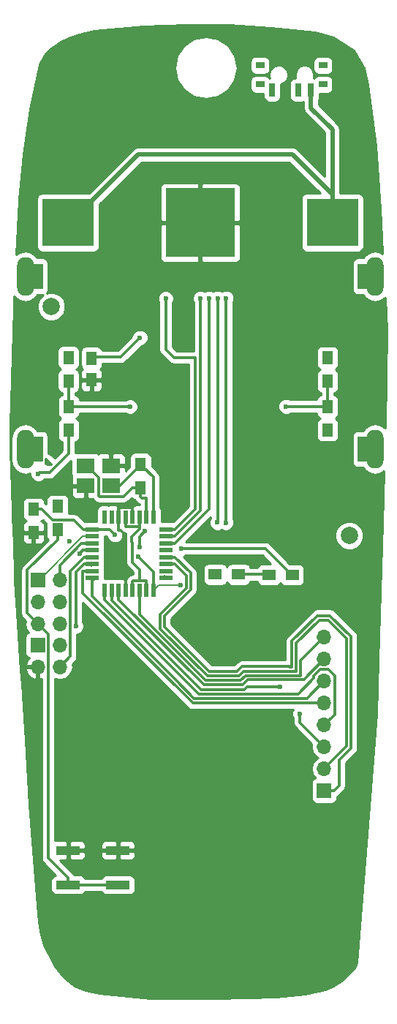
<source format=gbr>
G04 #@! TF.FileFunction,Copper,L2,Bot,Signal*
%FSLAX46Y46*%
G04 Gerber Fmt 4.6, Leading zero omitted, Abs format (unit mm)*
G04 Created by KiCad (PCBNEW 4.0.6) date Wed Oct 31 16:11:11 2018*
%MOMM*%
%LPD*%
G01*
G04 APERTURE LIST*
%ADD10C,0.100000*%
%ADD11R,1.700000X1.700000*%
%ADD12O,1.700000X1.700000*%
%ADD13R,2.750000X1.000000*%
%ADD14C,2.000000*%
%ADD15R,1.500000X3.000000*%
%ADD16O,2.000000X4.500000*%
%ADD17R,0.600000X1.500000*%
%ADD18R,1.500000X0.600000*%
%ADD19R,1.250000X1.500000*%
%ADD20R,1.300000X1.500000*%
%ADD21R,2.100000X1.800000*%
%ADD22R,6.000000X5.500000*%
%ADD23R,8.000000X8.000000*%
%ADD24R,0.700000X1.500000*%
%ADD25R,1.000000X0.800000*%
%ADD26R,1.500000X1.300000*%
%ADD27C,0.600000*%
%ADD28C,0.300000*%
%ADD29C,0.200000*%
%ADD30C,0.500000*%
%ADD31C,0.254000*%
G04 APERTURE END LIST*
D10*
D11*
X40460000Y-108920000D03*
D12*
X43000000Y-108920000D03*
X40460000Y-111460000D03*
X43000000Y-111460000D03*
X40460000Y-114000000D03*
X43000000Y-114000000D03*
D11*
X40460000Y-116460000D03*
D12*
X43000000Y-116460000D03*
X40460000Y-119000000D03*
X43000000Y-119000000D03*
D13*
X43992800Y-144246600D03*
X49742800Y-144246600D03*
X49742800Y-140246600D03*
X43992800Y-140246600D03*
D14*
X76530000Y-103800000D03*
D15*
X78280000Y-73800000D03*
X78280000Y-93800000D03*
X40280000Y-93800000D03*
X40280000Y-73800000D03*
D16*
X79530000Y-93800000D03*
X39030000Y-93800000D03*
X79530000Y-73800000D03*
X39030000Y-73800000D03*
D14*
X42030000Y-77300000D03*
D17*
X48230000Y-101650000D03*
X49030000Y-101650000D03*
X49830000Y-101650000D03*
X50630000Y-101650000D03*
X51430000Y-101650000D03*
X52230000Y-101650000D03*
X53030000Y-101650000D03*
X53830000Y-101650000D03*
D18*
X55280000Y-103100000D03*
X55280000Y-103900000D03*
X55280000Y-104700000D03*
X55280000Y-105500000D03*
X55280000Y-106300000D03*
X55280000Y-107100000D03*
X55280000Y-107900000D03*
X55280000Y-108700000D03*
D17*
X53830000Y-110150000D03*
X53030000Y-110150000D03*
X52230000Y-110150000D03*
X51430000Y-110150000D03*
X50630000Y-110150000D03*
X49830000Y-110150000D03*
X49030000Y-110150000D03*
X48230000Y-110150000D03*
D18*
X46780000Y-108700000D03*
X46780000Y-107900000D03*
X46780000Y-107100000D03*
X46780000Y-106300000D03*
X46780000Y-105500000D03*
X46780000Y-104700000D03*
X46780000Y-103900000D03*
X46780000Y-103100000D03*
D19*
X46680000Y-83280000D03*
X46680000Y-85780000D03*
D20*
X52370000Y-98260000D03*
X52370000Y-95560000D03*
X44020000Y-85890000D03*
X44020000Y-83190000D03*
X42760000Y-103120000D03*
X42760000Y-100420000D03*
X74030000Y-85920000D03*
X74030000Y-83220000D03*
D21*
X48930000Y-98040000D03*
X46030000Y-98040000D03*
X46030000Y-95740000D03*
X48930000Y-95740000D03*
D22*
X74580000Y-67580000D03*
X43980000Y-67580000D03*
D23*
X59280000Y-67580000D03*
D20*
X74020000Y-88890000D03*
X74020000Y-91590000D03*
X44040000Y-88880000D03*
X44040000Y-91580000D03*
D24*
X67600000Y-52230000D03*
X70600000Y-52230000D03*
X72100000Y-52230000D03*
D25*
X66200000Y-49370000D03*
X73500000Y-49370000D03*
X73500000Y-51580000D03*
X66200000Y-51580000D03*
D11*
X73634600Y-133324600D03*
D12*
X73634600Y-130784600D03*
X73634600Y-128244600D03*
X73634600Y-125704600D03*
X73634600Y-123164600D03*
X73634600Y-120624600D03*
X73634600Y-118084600D03*
X73634600Y-115544600D03*
D26*
X63710800Y-108305600D03*
X61010800Y-108305600D03*
X69933800Y-108356400D03*
X67233800Y-108356400D03*
D20*
X39979600Y-100754200D03*
X39979600Y-103454200D03*
D27*
X50630000Y-110260010D03*
X57280000Y-70720000D03*
X40540000Y-85100000D03*
X40530000Y-98260000D03*
X78120000Y-98220000D03*
X78120000Y-83570000D03*
X44020000Y-83190000D03*
X74030000Y-83220000D03*
X70600000Y-52230000D03*
X53030000Y-110260010D03*
X42760000Y-100420000D03*
X52230000Y-101650000D03*
X50630000Y-101650000D03*
X57020000Y-109560000D03*
X62260000Y-102310000D03*
X62280000Y-76320000D03*
X44136096Y-104500012D03*
X52080000Y-106250000D03*
X55280000Y-108700000D03*
X61270373Y-102300373D03*
X61280000Y-76330000D03*
X55280000Y-107900000D03*
X55270000Y-76350000D03*
X69230000Y-88850000D03*
X51160000Y-88880000D03*
X74070000Y-88880000D03*
X55280000Y-105500000D03*
X59290000Y-76330000D03*
X60290000Y-76320000D03*
X45300000Y-105880000D03*
X44879990Y-114300000D03*
X74020000Y-91590000D03*
X40530000Y-96660000D03*
X44040000Y-91580000D03*
X52300000Y-80890000D03*
X68503800Y-121285000D03*
X70840600Y-124409200D03*
X52882800Y-103301800D03*
X52238579Y-105139821D03*
X49414619Y-103729959D03*
X57099200Y-105308400D03*
X69933800Y-108356400D03*
X43980000Y-67580000D03*
X74580000Y-67580000D03*
X67233800Y-108356400D03*
X61010800Y-108305600D03*
D28*
X41450000Y-95000000D02*
X41450000Y-95450000D01*
X41450000Y-95450000D02*
X41600000Y-95600000D01*
X41600000Y-95600000D02*
X42050000Y-95600000D01*
X42050000Y-95600000D02*
X41450000Y-95000000D01*
X49830000Y-101650000D02*
X49830000Y-103230000D01*
X49830000Y-103230000D02*
X50067800Y-103230000D01*
X50067800Y-103230000D02*
X50630000Y-103792200D01*
X50630000Y-103792200D02*
X50630000Y-110150000D01*
X50630000Y-110684274D02*
X50630000Y-110260010D01*
X50630000Y-108407998D02*
X50630000Y-110260010D01*
X49830000Y-101650000D02*
X49830000Y-100769998D01*
X49830000Y-100769998D02*
X50049999Y-100549999D01*
X50049999Y-100549999D02*
X51379999Y-100549999D01*
X51379999Y-100549999D02*
X51430000Y-100600000D01*
X51430000Y-100600000D02*
X51430000Y-101650000D01*
X49830000Y-101650000D02*
X49830000Y-100360000D01*
X51430000Y-101650000D02*
X51430000Y-100260000D01*
X49130000Y-96270000D02*
X48980000Y-96270000D01*
X52979999Y-109049999D02*
X53030000Y-109100000D01*
X53030000Y-109100000D02*
X53030000Y-109835746D01*
X52250000Y-109049999D02*
X52979999Y-109049999D01*
X53030000Y-109500000D02*
X53030000Y-110260010D01*
X53030000Y-109835746D02*
X53030000Y-110260010D01*
X50630000Y-101650000D02*
X50630000Y-102700000D01*
X52230000Y-102710000D02*
X52230000Y-101650000D01*
X50630000Y-102700000D02*
X50680001Y-102750001D01*
X50680001Y-102750001D02*
X52189999Y-102750001D01*
X52189999Y-102750001D02*
X52230000Y-102710000D01*
X51480001Y-109049999D02*
X52250000Y-109049999D01*
X52230000Y-101650000D02*
X52230000Y-103037998D01*
X51429999Y-106900877D02*
X52250000Y-107720878D01*
X52230000Y-103037998D02*
X51290000Y-103977998D01*
X51290000Y-103977998D02*
X51290000Y-104507998D01*
X51290000Y-104507998D02*
X51430001Y-104647999D01*
X51430001Y-104647999D02*
X51430001Y-105937997D01*
X51430001Y-105937997D02*
X51429999Y-105937999D01*
X51429999Y-105937999D02*
X51429999Y-106900877D01*
X52250000Y-107720878D02*
X52250000Y-109049999D01*
X51430000Y-110150000D02*
X51430000Y-109100000D01*
X51430000Y-109100000D02*
X51480001Y-109049999D01*
D29*
X54420000Y-109560000D02*
X53830000Y-110150000D01*
X57020000Y-109560000D02*
X54420000Y-109560000D01*
D28*
X62280000Y-76320000D02*
X62280000Y-102290000D01*
X62280000Y-102290000D02*
X62260000Y-102310000D01*
X53830000Y-110150000D02*
X53830000Y-108000000D01*
X53830000Y-108000000D02*
X52080000Y-106250000D01*
X55130000Y-108550000D02*
X55280000Y-108700000D01*
X61280000Y-76330000D02*
X61280000Y-102290746D01*
X61280000Y-102290746D02*
X61270373Y-102300373D01*
X48930000Y-98040000D02*
X49990000Y-98040000D01*
X49990000Y-98040000D02*
X52370000Y-95660000D01*
X52370000Y-95660000D02*
X52370000Y-95560000D01*
X53830000Y-101650000D02*
X53830000Y-97020000D01*
X53830000Y-97020000D02*
X52678555Y-95868555D01*
X52230000Y-95970000D02*
X52230000Y-96070000D01*
X52279990Y-95469990D02*
X52370000Y-95469990D01*
X55280000Y-103100000D02*
X56330000Y-103100000D01*
X56330000Y-103100000D02*
X58700000Y-100730000D01*
X58700000Y-83200000D02*
X56210000Y-83200000D01*
X58700000Y-100730000D02*
X58700000Y-83200000D01*
X56210000Y-83200000D02*
X55270000Y-82260000D01*
X55270000Y-82260000D02*
X55270000Y-76350000D01*
X69230000Y-88850000D02*
X74040000Y-88850000D01*
X74040000Y-88850000D02*
X74070000Y-88880000D01*
X44040000Y-88880000D02*
X51160000Y-88880000D01*
X44040000Y-88880000D02*
X44040000Y-85910000D01*
X44040000Y-85910000D02*
X44020000Y-85890000D01*
X74030000Y-85920000D02*
X74030000Y-88880000D01*
X74030000Y-88880000D02*
X74020000Y-88890000D01*
X59290000Y-76330000D02*
X59290000Y-100940000D01*
X59290000Y-100940000D02*
X56330000Y-103900000D01*
X56330000Y-103900000D02*
X55280000Y-103900000D01*
X60280000Y-100750000D02*
X60280000Y-76330000D01*
X60280000Y-76330000D02*
X60290000Y-76320000D01*
X55280000Y-104700000D02*
X56330000Y-104700000D01*
X56330000Y-104700000D02*
X60280000Y-100750000D01*
X43992800Y-144246600D02*
X45667800Y-144246600D01*
X45667800Y-144246600D02*
X49742800Y-144246600D01*
X43992800Y-144246600D02*
X43992800Y-143446600D01*
X43992800Y-143446600D02*
X41660001Y-141113801D01*
X41660001Y-141113801D02*
X41660001Y-115200001D01*
X41660001Y-115200001D02*
X41309999Y-114849999D01*
X41309999Y-114849999D02*
X40460000Y-114000000D01*
X46780000Y-105500000D02*
X45680000Y-105500000D01*
X45680000Y-105500000D02*
X45300000Y-105880000D01*
X40460000Y-114000000D02*
X39259999Y-112799999D01*
X39259999Y-112799999D02*
X39259999Y-107789999D01*
X39259999Y-107789999D02*
X42760000Y-104289998D01*
X42760000Y-104289998D02*
X42760000Y-103120000D01*
X45517996Y-104700000D02*
X46780000Y-104700000D01*
X43000000Y-107217996D02*
X45517996Y-104700000D01*
X43000000Y-108920000D02*
X43000000Y-107217996D01*
D29*
X45681585Y-103900000D02*
X46780000Y-103900000D01*
X40661585Y-108920000D02*
X45681585Y-103900000D01*
X40460000Y-108920000D02*
X40661585Y-108920000D01*
D28*
X40460000Y-108920000D02*
X40678110Y-108920000D01*
X40852880Y-108920000D02*
X40460000Y-108920000D01*
X40460000Y-108920000D02*
X41080000Y-108920000D01*
X46030000Y-95740000D02*
X46180000Y-95740000D01*
X46180000Y-95740000D02*
X47529999Y-97089999D01*
X47529999Y-97089999D02*
X47529999Y-99220001D01*
X47529999Y-99220001D02*
X47599999Y-99290001D01*
X47599999Y-99290001D02*
X50389999Y-99290001D01*
X51420000Y-98260000D02*
X52370000Y-98260000D01*
X50389999Y-99290001D02*
X51420000Y-98260000D01*
X53030000Y-101650000D02*
X53030000Y-99450000D01*
X53030000Y-99450000D02*
X52510000Y-99450000D01*
X52510000Y-99450000D02*
X52370000Y-99310000D01*
X52370000Y-99310000D02*
X52370000Y-98260000D01*
X46780000Y-107100000D02*
X45822880Y-107100000D01*
X44879990Y-108042890D02*
X44879990Y-114300000D01*
X45822880Y-107100000D02*
X44879990Y-108042890D01*
X46630001Y-107249999D02*
X46780000Y-107100000D01*
X43000000Y-119000000D02*
X44229990Y-117770010D01*
X45842004Y-106300000D02*
X46780000Y-106300000D01*
X44229990Y-107912014D02*
X45842004Y-106300000D01*
X44229990Y-117770010D02*
X44229990Y-107912014D01*
X41837120Y-96520000D02*
X40670000Y-96520000D01*
X40670000Y-96520000D02*
X40530000Y-96660000D01*
X44040000Y-91580000D02*
X44040000Y-94317120D01*
X44040000Y-94317120D02*
X41837120Y-96520000D01*
X46900000Y-83120000D02*
X50070000Y-83120000D01*
X50070000Y-83120000D02*
X52300000Y-80890000D01*
X55280000Y-106300000D02*
X56330000Y-106300000D01*
X69908790Y-115997890D02*
X72843290Y-113063390D01*
X56330000Y-106300000D02*
X58170011Y-108140011D01*
X72843290Y-113063390D02*
X74298910Y-113063390D01*
X60319490Y-119556370D02*
X63534990Y-119556370D01*
X76725410Y-115489890D02*
X76725410Y-128400910D01*
X58170011Y-110079111D02*
X55123650Y-113125472D01*
X58170011Y-108140011D02*
X58170011Y-110079111D01*
X55123650Y-113125472D02*
X55123650Y-114360530D01*
X63534990Y-119556370D02*
X64117760Y-118973600D01*
X55123650Y-114360530D02*
X60319490Y-119556370D01*
X69619970Y-118997570D02*
X69908790Y-118997570D01*
X64117760Y-118973600D02*
X69596000Y-118973600D01*
X69596000Y-118973600D02*
X69619970Y-118997570D01*
X69908790Y-118997570D02*
X69908790Y-115997890D01*
X74298910Y-113063390D02*
X76725410Y-115489890D01*
X76725410Y-128400910D02*
X75336400Y-129789920D01*
X75336400Y-129789920D02*
X75336400Y-132772800D01*
X75336400Y-132772800D02*
X74784600Y-133324600D01*
X74784600Y-133324600D02*
X73634600Y-133324600D01*
X73634600Y-130784600D02*
X76225400Y-128193800D01*
X76225400Y-128193800D02*
X76225400Y-115697000D01*
X76225400Y-115697000D02*
X74091800Y-113563400D01*
X74091800Y-113563400D02*
X73050400Y-113563400D01*
X73050400Y-113563400D02*
X70408800Y-116205000D01*
X70408800Y-119497580D02*
X64300900Y-119497580D01*
X70408800Y-116205000D02*
X70408800Y-119497580D01*
X64300900Y-119497580D02*
X63742100Y-120056380D01*
X63742100Y-120056380D02*
X60112380Y-120056380D01*
X60112380Y-120056380D02*
X54635400Y-114579400D01*
X54635400Y-114579400D02*
X54623640Y-114579400D01*
X54623640Y-114579400D02*
X54623640Y-112918362D01*
X57670001Y-109872001D02*
X57670001Y-108440001D01*
X57670001Y-108440001D02*
X56330000Y-107100000D01*
X54623640Y-112918362D02*
X57670001Y-109872001D01*
X56330000Y-107100000D02*
X55280000Y-107100000D01*
X68503800Y-121285000D02*
X64667433Y-121285000D01*
X64667433Y-121285000D02*
X64329243Y-121623190D01*
X64329243Y-121623190D02*
X59360310Y-121623190D01*
X59360310Y-121623190D02*
X49030000Y-111292880D01*
X49030000Y-111292880D02*
X49030000Y-111200000D01*
X49030000Y-111200000D02*
X49030000Y-110150000D01*
X73634600Y-128244600D02*
X70840600Y-125450600D01*
X70840600Y-125450600D02*
X70840600Y-124409200D01*
X48230000Y-110150000D02*
X48230000Y-111200000D01*
X48230000Y-111200000D02*
X59153200Y-122123200D01*
X70637400Y-122123200D02*
X72434599Y-120326001D01*
X59153200Y-122123200D02*
X70637400Y-122123200D01*
X72434599Y-120048599D02*
X73198597Y-119284601D01*
X72434599Y-120326001D02*
X72434599Y-120048599D01*
X73198597Y-119284601D02*
X74070603Y-119284601D01*
X74834601Y-120048599D02*
X74834601Y-124504599D01*
X74834601Y-124504599D02*
X74484599Y-124854601D01*
X74070603Y-119284601D02*
X74834601Y-120048599D01*
X74484599Y-124854601D02*
X73634600Y-125704600D01*
X73634600Y-120624600D02*
X71635990Y-122623210D01*
X71635990Y-122623210D02*
X58560330Y-122623210D01*
X58560330Y-122623210D02*
X56587120Y-120650000D01*
X46780000Y-108700000D02*
X46780000Y-110842880D01*
X46780000Y-110842880D02*
X56587120Y-120650000D01*
X56587120Y-120650000D02*
X56591200Y-120650000D01*
X46979998Y-108899998D02*
X46780000Y-108700000D01*
X73634600Y-123164600D02*
X72432519Y-123164600D01*
X72432519Y-123164600D02*
X72407119Y-123190000D01*
X72407119Y-123190000D02*
X58420000Y-123190000D01*
X46780000Y-107900000D02*
X45730000Y-107900000D01*
X45730000Y-107900000D02*
X45679999Y-107950001D01*
X45679999Y-107950001D02*
X45679999Y-110449999D01*
X45679999Y-110449999D02*
X58420000Y-123190000D01*
X70908810Y-119997590D02*
X70908810Y-118270390D01*
X70908810Y-118270390D02*
X73634600Y-115544600D01*
X52230000Y-110150000D02*
X52230000Y-112892880D01*
X52230000Y-112892880D02*
X59893510Y-120556390D01*
X63949210Y-120556390D02*
X64508010Y-119997590D01*
X59893510Y-120556390D02*
X63949210Y-120556390D01*
X64508010Y-119997590D02*
X70908810Y-119997590D01*
X71272400Y-120497600D02*
X71272400Y-120446800D01*
X71272400Y-120446800D02*
X73634600Y-118084600D01*
X64747713Y-120497600D02*
X71272400Y-120497600D01*
X59686400Y-121056400D02*
X64188913Y-121056400D01*
X64188913Y-121056400D02*
X64747713Y-120497600D01*
X49830000Y-110150000D02*
X49830000Y-111200000D01*
X49830000Y-111200000D02*
X59686400Y-121056400D01*
X52238579Y-105139821D02*
X52238579Y-103946021D01*
X52238579Y-103946021D02*
X52882800Y-103301800D01*
X46780000Y-103100000D02*
X48784660Y-103100000D01*
X48784660Y-103100000D02*
X49414619Y-103729959D01*
X69933800Y-108356400D02*
X69833800Y-108356400D01*
X69833800Y-108356400D02*
X66785800Y-105308400D01*
X66785800Y-105308400D02*
X57099200Y-105308400D01*
X39979600Y-100754200D02*
X40929600Y-100754200D01*
X44649999Y-102019999D02*
X45730000Y-103100000D01*
X40929600Y-100754200D02*
X42195399Y-102019999D01*
X42195399Y-102019999D02*
X44649999Y-102019999D01*
X45730000Y-103100000D02*
X46780000Y-103100000D01*
D30*
X74580000Y-67580000D02*
X74580000Y-64330000D01*
X74580000Y-64330000D02*
X69940000Y-59690000D01*
X69940000Y-59690000D02*
X52120000Y-59690000D01*
X52120000Y-59690000D02*
X44230000Y-67580000D01*
X44230000Y-67580000D02*
X43980000Y-67580000D01*
X74580000Y-56800000D02*
X72100000Y-54320000D01*
X72100000Y-54320000D02*
X72100000Y-52230000D01*
X74580000Y-67580000D02*
X74580000Y-56800000D01*
D28*
X63710800Y-108305600D02*
X67183000Y-108305600D01*
X67183000Y-108305600D02*
X67233800Y-108356400D01*
D31*
G36*
X67444321Y-45007921D02*
X72561283Y-45499936D01*
X74702773Y-46151694D01*
X77025573Y-47609138D01*
X78229743Y-49660686D01*
X78650464Y-51624050D01*
X79643016Y-58671172D01*
X80091309Y-66043096D01*
X80391275Y-71042524D01*
X80391503Y-71043396D01*
X80391383Y-71044289D01*
X80397653Y-71144613D01*
X80155687Y-70982937D01*
X79530000Y-70858480D01*
X78904313Y-70982937D01*
X78373880Y-71337360D01*
X78163271Y-71652560D01*
X77530000Y-71652560D01*
X77294683Y-71696838D01*
X77078559Y-71835910D01*
X76933569Y-72048110D01*
X76882560Y-72300000D01*
X76882560Y-75300000D01*
X76926838Y-75535317D01*
X77065910Y-75751441D01*
X77278110Y-75896431D01*
X77530000Y-75947440D01*
X78163271Y-75947440D01*
X78373880Y-76262640D01*
X78904313Y-76617063D01*
X79530000Y-76741520D01*
X80155687Y-76617063D01*
X80686120Y-76262640D01*
X80689722Y-76257249D01*
X80839806Y-80009361D01*
X80690121Y-90986306D01*
X80681423Y-91334221D01*
X80155687Y-90982937D01*
X79530000Y-90858480D01*
X78904313Y-90982937D01*
X78373880Y-91337360D01*
X78163271Y-91652560D01*
X77530000Y-91652560D01*
X77294683Y-91696838D01*
X77078559Y-91835910D01*
X76933569Y-92048110D01*
X76882560Y-92300000D01*
X76882560Y-95300000D01*
X76926838Y-95535317D01*
X77065910Y-95751441D01*
X77278110Y-95896431D01*
X77530000Y-95947440D01*
X78163271Y-95947440D01*
X78373880Y-96262640D01*
X78904313Y-96617063D01*
X79530000Y-96741520D01*
X80155687Y-96617063D01*
X80543724Y-96357786D01*
X80340405Y-102376027D01*
X80340715Y-102377919D01*
X80340288Y-102379787D01*
X79890319Y-118178708D01*
X79690895Y-124460543D01*
X77399705Y-153249843D01*
X77235061Y-153710847D01*
X75600615Y-155345293D01*
X74714225Y-155921446D01*
X73781956Y-156320990D01*
X71387004Y-156847880D01*
X68053507Y-157191034D01*
X61042283Y-157389934D01*
X53534556Y-157340214D01*
X47564011Y-156797437D01*
X45966565Y-156421567D01*
X44746698Y-155924585D01*
X43954006Y-155352085D01*
X43084135Y-154527997D01*
X42452842Y-153671242D01*
X41164836Y-151238345D01*
X40845563Y-150052474D01*
X40604235Y-148507969D01*
X40407144Y-146635606D01*
X39508354Y-134951327D01*
X39058705Y-127517135D01*
X39057045Y-127510813D01*
X39058305Y-127500963D01*
X38608305Y-121000964D01*
X38608097Y-121000200D01*
X38608196Y-120999414D01*
X38490873Y-119356890D01*
X39018524Y-119356890D01*
X39188355Y-119766924D01*
X39578642Y-120195183D01*
X40103108Y-120441486D01*
X40333000Y-120320819D01*
X40333000Y-119127000D01*
X39139845Y-119127000D01*
X39018524Y-119356890D01*
X38490873Y-119356890D01*
X38108479Y-114003377D01*
X37809363Y-109018110D01*
X37659681Y-104028710D01*
X37659303Y-104027070D01*
X37659574Y-104025411D01*
X37649682Y-103739950D01*
X38694600Y-103739950D01*
X38694600Y-104330509D01*
X38791273Y-104563898D01*
X38969901Y-104742527D01*
X39203290Y-104839200D01*
X39693850Y-104839200D01*
X39852600Y-104680450D01*
X39852600Y-103581200D01*
X40106600Y-103581200D01*
X40106600Y-104680450D01*
X40265350Y-104839200D01*
X40755910Y-104839200D01*
X40989299Y-104742527D01*
X41167927Y-104563898D01*
X41264600Y-104330509D01*
X41264600Y-103739950D01*
X41105850Y-103581200D01*
X40106600Y-103581200D01*
X39852600Y-103581200D01*
X38853350Y-103581200D01*
X38694600Y-103739950D01*
X37649682Y-103739950D01*
X37462062Y-98325750D01*
X44345000Y-98325750D01*
X44345000Y-99066310D01*
X44441673Y-99299699D01*
X44620302Y-99478327D01*
X44853691Y-99575000D01*
X45744250Y-99575000D01*
X45903000Y-99416250D01*
X45903000Y-98167000D01*
X44503750Y-98167000D01*
X44345000Y-98325750D01*
X37462062Y-98325750D01*
X37310000Y-93937704D01*
X37310000Y-92493480D01*
X37395000Y-92493480D01*
X37395000Y-95106520D01*
X37519457Y-95732207D01*
X37873880Y-96262640D01*
X38404313Y-96617063D01*
X39030000Y-96741520D01*
X39595026Y-96629129D01*
X39594838Y-96845167D01*
X39736883Y-97188943D01*
X39999673Y-97452192D01*
X40343201Y-97594838D01*
X40715167Y-97595162D01*
X41058943Y-97453117D01*
X41207319Y-97305000D01*
X41837120Y-97305000D01*
X42137527Y-97245245D01*
X42392199Y-97075079D01*
X44332560Y-95134718D01*
X44332560Y-96640000D01*
X44376838Y-96875317D01*
X44392338Y-96899405D01*
X44345000Y-97013690D01*
X44345000Y-97754250D01*
X44503750Y-97913000D01*
X45903000Y-97913000D01*
X45903000Y-97893000D01*
X46157000Y-97893000D01*
X46157000Y-97913000D01*
X46177000Y-97913000D01*
X46177000Y-98167000D01*
X46157000Y-98167000D01*
X46157000Y-99416250D01*
X46315750Y-99575000D01*
X46841231Y-99575000D01*
X46974920Y-99775080D01*
X47044920Y-99845080D01*
X47299592Y-100015246D01*
X47599999Y-100075001D01*
X50389999Y-100075001D01*
X50690406Y-100015246D01*
X50945078Y-99845080D01*
X51299163Y-99490995D01*
X51468110Y-99606431D01*
X51669325Y-99647178D01*
X51814921Y-99865079D01*
X51954921Y-100005079D01*
X52209594Y-100175245D01*
X52245000Y-100182288D01*
X52245000Y-100252560D01*
X51930000Y-100252560D01*
X51858676Y-100265981D01*
X51856309Y-100265000D01*
X51715750Y-100265000D01*
X51664471Y-100316279D01*
X51478559Y-100435910D01*
X51430866Y-100505711D01*
X51394090Y-100448559D01*
X51184823Y-100305573D01*
X51144250Y-100265000D01*
X51003691Y-100265000D01*
X50999665Y-100266668D01*
X50930000Y-100252560D01*
X50330000Y-100252560D01*
X50258676Y-100265981D01*
X50256309Y-100265000D01*
X50115750Y-100265000D01*
X50064471Y-100316279D01*
X49878559Y-100435910D01*
X49830866Y-100505711D01*
X49794090Y-100448559D01*
X49584823Y-100305573D01*
X49544250Y-100265000D01*
X49403691Y-100265000D01*
X49399665Y-100266668D01*
X49330000Y-100252560D01*
X48730000Y-100252560D01*
X48626329Y-100272067D01*
X48530000Y-100252560D01*
X47930000Y-100252560D01*
X47694683Y-100296838D01*
X47478559Y-100435910D01*
X47333569Y-100648110D01*
X47282560Y-100900000D01*
X47282560Y-102152560D01*
X46030000Y-102152560D01*
X45914459Y-102174301D01*
X45205078Y-101464920D01*
X44950406Y-101294754D01*
X44649999Y-101234999D01*
X44044277Y-101234999D01*
X44057440Y-101170000D01*
X44057440Y-99670000D01*
X44013162Y-99434683D01*
X43874090Y-99218559D01*
X43661890Y-99073569D01*
X43410000Y-99022560D01*
X42110000Y-99022560D01*
X41874683Y-99066838D01*
X41658559Y-99205910D01*
X41513569Y-99418110D01*
X41462560Y-99670000D01*
X41462560Y-100184342D01*
X41277040Y-100060381D01*
X41277040Y-100004200D01*
X41232762Y-99768883D01*
X41093690Y-99552759D01*
X40881490Y-99407769D01*
X40629600Y-99356760D01*
X39329600Y-99356760D01*
X39094283Y-99401038D01*
X38878159Y-99540110D01*
X38733169Y-99752310D01*
X38682160Y-100004200D01*
X38682160Y-101504200D01*
X38726438Y-101739517D01*
X38865510Y-101955641D01*
X39077710Y-102100631D01*
X39111090Y-102107391D01*
X38969901Y-102165873D01*
X38791273Y-102344502D01*
X38694600Y-102577891D01*
X38694600Y-103168450D01*
X38853350Y-103327200D01*
X39852600Y-103327200D01*
X39852600Y-103307200D01*
X40106600Y-103307200D01*
X40106600Y-103327200D01*
X41105850Y-103327200D01*
X41264600Y-103168450D01*
X41264600Y-102577891D01*
X41167927Y-102344502D01*
X40989299Y-102165873D01*
X40853313Y-102109546D01*
X40864917Y-102107362D01*
X41052133Y-101986891D01*
X41462560Y-102397318D01*
X41462560Y-103870000D01*
X41506838Y-104105317D01*
X41635138Y-104304702D01*
X38704920Y-107234920D01*
X38534754Y-107489592D01*
X38502927Y-107649595D01*
X38474999Y-107789999D01*
X38474999Y-112799999D01*
X38534754Y-113100406D01*
X38704920Y-113355078D01*
X39012924Y-113663082D01*
X38945907Y-114000000D01*
X39058946Y-114568285D01*
X39358804Y-115017056D01*
X39158559Y-115145910D01*
X39013569Y-115358110D01*
X38962560Y-115610000D01*
X38962560Y-117310000D01*
X39006838Y-117545317D01*
X39145910Y-117761441D01*
X39358110Y-117906431D01*
X39466107Y-117928301D01*
X39188355Y-118233076D01*
X39018524Y-118643110D01*
X39139845Y-118873000D01*
X40333000Y-118873000D01*
X40333000Y-118853000D01*
X40587000Y-118853000D01*
X40587000Y-118873000D01*
X40607000Y-118873000D01*
X40607000Y-119127000D01*
X40587000Y-119127000D01*
X40587000Y-120320819D01*
X40816892Y-120441486D01*
X40875001Y-120414196D01*
X40875001Y-141113801D01*
X40934756Y-141414208D01*
X41104922Y-141668880D01*
X42548283Y-143112241D01*
X42382483Y-143143438D01*
X42166359Y-143282510D01*
X42021369Y-143494710D01*
X41970360Y-143746600D01*
X41970360Y-144746600D01*
X42014638Y-144981917D01*
X42153710Y-145198041D01*
X42365910Y-145343031D01*
X42617800Y-145394040D01*
X45367800Y-145394040D01*
X45603117Y-145349762D01*
X45819241Y-145210690D01*
X45941608Y-145031600D01*
X47796608Y-145031600D01*
X47903710Y-145198041D01*
X48115910Y-145343031D01*
X48367800Y-145394040D01*
X51117800Y-145394040D01*
X51353117Y-145349762D01*
X51569241Y-145210690D01*
X51714231Y-144998490D01*
X51765240Y-144746600D01*
X51765240Y-143746600D01*
X51720962Y-143511283D01*
X51581890Y-143295159D01*
X51369690Y-143150169D01*
X51117800Y-143099160D01*
X48367800Y-143099160D01*
X48132483Y-143143438D01*
X47916359Y-143282510D01*
X47793992Y-143461600D01*
X45938992Y-143461600D01*
X45831890Y-143295159D01*
X45619690Y-143150169D01*
X45367800Y-143099160D01*
X44686619Y-143099160D01*
X44547879Y-142891521D01*
X43037958Y-141381600D01*
X43707050Y-141381600D01*
X43865800Y-141222850D01*
X43865800Y-140373600D01*
X44119800Y-140373600D01*
X44119800Y-141222850D01*
X44278550Y-141381600D01*
X45494109Y-141381600D01*
X45727498Y-141284927D01*
X45906127Y-141106299D01*
X46002800Y-140872910D01*
X46002800Y-140532350D01*
X47732800Y-140532350D01*
X47732800Y-140872910D01*
X47829473Y-141106299D01*
X48008102Y-141284927D01*
X48241491Y-141381600D01*
X49457050Y-141381600D01*
X49615800Y-141222850D01*
X49615800Y-140373600D01*
X49869800Y-140373600D01*
X49869800Y-141222850D01*
X50028550Y-141381600D01*
X51244109Y-141381600D01*
X51477498Y-141284927D01*
X51656127Y-141106299D01*
X51752800Y-140872910D01*
X51752800Y-140532350D01*
X51594050Y-140373600D01*
X49869800Y-140373600D01*
X49615800Y-140373600D01*
X47891550Y-140373600D01*
X47732800Y-140532350D01*
X46002800Y-140532350D01*
X45844050Y-140373600D01*
X44119800Y-140373600D01*
X43865800Y-140373600D01*
X43845800Y-140373600D01*
X43845800Y-140119600D01*
X43865800Y-140119600D01*
X43865800Y-139270350D01*
X44119800Y-139270350D01*
X44119800Y-140119600D01*
X45844050Y-140119600D01*
X46002800Y-139960850D01*
X46002800Y-139620290D01*
X47732800Y-139620290D01*
X47732800Y-139960850D01*
X47891550Y-140119600D01*
X49615800Y-140119600D01*
X49615800Y-139270350D01*
X49869800Y-139270350D01*
X49869800Y-140119600D01*
X51594050Y-140119600D01*
X51752800Y-139960850D01*
X51752800Y-139620290D01*
X51656127Y-139386901D01*
X51477498Y-139208273D01*
X51244109Y-139111600D01*
X50028550Y-139111600D01*
X49869800Y-139270350D01*
X49615800Y-139270350D01*
X49457050Y-139111600D01*
X48241491Y-139111600D01*
X48008102Y-139208273D01*
X47829473Y-139386901D01*
X47732800Y-139620290D01*
X46002800Y-139620290D01*
X45906127Y-139386901D01*
X45727498Y-139208273D01*
X45494109Y-139111600D01*
X44278550Y-139111600D01*
X44119800Y-139270350D01*
X43865800Y-139270350D01*
X43707050Y-139111600D01*
X42491491Y-139111600D01*
X42445001Y-139130857D01*
X42445001Y-120380391D01*
X42970907Y-120485000D01*
X43029093Y-120485000D01*
X43597378Y-120371961D01*
X44079147Y-120050054D01*
X44401054Y-119568285D01*
X44514093Y-119000000D01*
X44447076Y-118663082D01*
X44785066Y-118325091D01*
X44785069Y-118325089D01*
X44955235Y-118070416D01*
X45014991Y-117770010D01*
X45014990Y-117770005D01*
X45014990Y-115235118D01*
X45065157Y-115235162D01*
X45408933Y-115093117D01*
X45672182Y-114830327D01*
X45814828Y-114486799D01*
X45815152Y-114114833D01*
X45673107Y-113771057D01*
X45664990Y-113762926D01*
X45664990Y-111545148D01*
X57864921Y-123745079D01*
X58119593Y-123915245D01*
X58420000Y-123975000D01*
X70008492Y-123975000D01*
X69905762Y-124222401D01*
X69905438Y-124594367D01*
X70047483Y-124938143D01*
X70055600Y-124946274D01*
X70055600Y-125450600D01*
X70115355Y-125751007D01*
X70285521Y-126005679D01*
X72187524Y-127907682D01*
X72120507Y-128244600D01*
X72233546Y-128812885D01*
X72555453Y-129294654D01*
X72884626Y-129514600D01*
X72555453Y-129734546D01*
X72233546Y-130216315D01*
X72120507Y-130784600D01*
X72233546Y-131352885D01*
X72555453Y-131834654D01*
X72597052Y-131862450D01*
X72549283Y-131871438D01*
X72333159Y-132010510D01*
X72188169Y-132222710D01*
X72137160Y-132474600D01*
X72137160Y-134174600D01*
X72181438Y-134409917D01*
X72320510Y-134626041D01*
X72532710Y-134771031D01*
X72784600Y-134822040D01*
X74484600Y-134822040D01*
X74719917Y-134777762D01*
X74936041Y-134638690D01*
X75081031Y-134426490D01*
X75132040Y-134174600D01*
X75132040Y-134018419D01*
X75339679Y-133879679D01*
X75891479Y-133327879D01*
X76061645Y-133073207D01*
X76121400Y-132772800D01*
X76121400Y-130115078D01*
X77280489Y-128955989D01*
X77450655Y-128701316D01*
X77510410Y-128400910D01*
X77510410Y-115489890D01*
X77450655Y-115189484D01*
X77450655Y-115189483D01*
X77280489Y-114934811D01*
X74853989Y-112508311D01*
X74599317Y-112338145D01*
X74298910Y-112278390D01*
X72843290Y-112278390D01*
X72542884Y-112338145D01*
X72288211Y-112508311D01*
X69353711Y-115442811D01*
X69183545Y-115697483D01*
X69144910Y-115891715D01*
X69123790Y-115997890D01*
X69123790Y-118188600D01*
X64117760Y-118188600D01*
X63817353Y-118248355D01*
X63562681Y-118418521D01*
X63209832Y-118771370D01*
X60644648Y-118771370D01*
X55908650Y-114035372D01*
X55908650Y-113450630D01*
X58725090Y-110634190D01*
X58895256Y-110379518D01*
X58955011Y-110079111D01*
X58955011Y-108140016D01*
X58955012Y-108140011D01*
X58895256Y-107839605D01*
X58866680Y-107796838D01*
X58725090Y-107584932D01*
X58725087Y-107584930D01*
X57354671Y-106214513D01*
X57628143Y-106101517D01*
X57636274Y-106093400D01*
X66460642Y-106093400D01*
X67426202Y-107058960D01*
X66483800Y-107058960D01*
X66248483Y-107103238D01*
X66032359Y-107242310D01*
X65887369Y-107454510D01*
X65873985Y-107520600D01*
X65082838Y-107520600D01*
X65063962Y-107420283D01*
X64924890Y-107204159D01*
X64712690Y-107059169D01*
X64460800Y-107008160D01*
X62960800Y-107008160D01*
X62725483Y-107052438D01*
X62509359Y-107191510D01*
X62364369Y-107403710D01*
X62361719Y-107416797D01*
X62224890Y-107204159D01*
X62012690Y-107059169D01*
X61760800Y-107008160D01*
X60260800Y-107008160D01*
X60025483Y-107052438D01*
X59809359Y-107191510D01*
X59664369Y-107403710D01*
X59613360Y-107655600D01*
X59613360Y-108955600D01*
X59657638Y-109190917D01*
X59796710Y-109407041D01*
X60008910Y-109552031D01*
X60260800Y-109603040D01*
X61760800Y-109603040D01*
X61996117Y-109558762D01*
X62212241Y-109419690D01*
X62357231Y-109207490D01*
X62359881Y-109194403D01*
X62496710Y-109407041D01*
X62708910Y-109552031D01*
X62960800Y-109603040D01*
X64460800Y-109603040D01*
X64696117Y-109558762D01*
X64912241Y-109419690D01*
X65057231Y-109207490D01*
X65080902Y-109090600D01*
X65852203Y-109090600D01*
X65880638Y-109241717D01*
X66019710Y-109457841D01*
X66231910Y-109602831D01*
X66483800Y-109653840D01*
X67983800Y-109653840D01*
X68219117Y-109609562D01*
X68435241Y-109470490D01*
X68580231Y-109258290D01*
X68582881Y-109245203D01*
X68719710Y-109457841D01*
X68931910Y-109602831D01*
X69183800Y-109653840D01*
X70683800Y-109653840D01*
X70919117Y-109609562D01*
X71135241Y-109470490D01*
X71280231Y-109258290D01*
X71331240Y-109006400D01*
X71331240Y-107706400D01*
X71286962Y-107471083D01*
X71147890Y-107254959D01*
X70935690Y-107109969D01*
X70683800Y-107058960D01*
X69646518Y-107058960D01*
X67340879Y-104753321D01*
X67086207Y-104583155D01*
X66785800Y-104523400D01*
X57636706Y-104523400D01*
X57629527Y-104516208D01*
X57625586Y-104514572D01*
X58016363Y-104123795D01*
X74894716Y-104123795D01*
X75143106Y-104724943D01*
X75602637Y-105185278D01*
X76203352Y-105434716D01*
X76853795Y-105435284D01*
X77454943Y-105186894D01*
X77915278Y-104727363D01*
X78164716Y-104126648D01*
X78165284Y-103476205D01*
X77916894Y-102875057D01*
X77457363Y-102414722D01*
X76856648Y-102165284D01*
X76206205Y-102164716D01*
X75605057Y-102413106D01*
X75144722Y-102872637D01*
X74895284Y-103473352D01*
X74894716Y-104123795D01*
X58016363Y-104123795D01*
X60495000Y-101645158D01*
X60495000Y-101753256D01*
X60478181Y-101770046D01*
X60335535Y-102113574D01*
X60335211Y-102485540D01*
X60477256Y-102829316D01*
X60740046Y-103092565D01*
X61083574Y-103235211D01*
X61455540Y-103235535D01*
X61753904Y-103112254D01*
X62073201Y-103244838D01*
X62445167Y-103245162D01*
X62788943Y-103103117D01*
X63052192Y-102840327D01*
X63194838Y-102496799D01*
X63195162Y-102124833D01*
X63065000Y-101809816D01*
X63065000Y-89035167D01*
X68294838Y-89035167D01*
X68436883Y-89378943D01*
X68699673Y-89642192D01*
X69043201Y-89784838D01*
X69415167Y-89785162D01*
X69758943Y-89643117D01*
X69767074Y-89635000D01*
X72722560Y-89635000D01*
X72722560Y-89640000D01*
X72766838Y-89875317D01*
X72905910Y-90091441D01*
X73118110Y-90236431D01*
X73131197Y-90239081D01*
X72918559Y-90375910D01*
X72773569Y-90588110D01*
X72722560Y-90840000D01*
X72722560Y-92340000D01*
X72766838Y-92575317D01*
X72905910Y-92791441D01*
X73118110Y-92936431D01*
X73370000Y-92987440D01*
X74670000Y-92987440D01*
X74905317Y-92943162D01*
X75121441Y-92804090D01*
X75266431Y-92591890D01*
X75317440Y-92340000D01*
X75317440Y-90840000D01*
X75273162Y-90604683D01*
X75134090Y-90388559D01*
X74921890Y-90243569D01*
X74908803Y-90240919D01*
X75121441Y-90104090D01*
X75266431Y-89891890D01*
X75317440Y-89640000D01*
X75317440Y-88140000D01*
X75273162Y-87904683D01*
X75134090Y-87688559D01*
X74921890Y-87543569D01*
X74815000Y-87521923D01*
X74815000Y-87292038D01*
X74915317Y-87273162D01*
X75131441Y-87134090D01*
X75276431Y-86921890D01*
X75327440Y-86670000D01*
X75327440Y-85170000D01*
X75283162Y-84934683D01*
X75144090Y-84718559D01*
X74931890Y-84573569D01*
X74918803Y-84570919D01*
X75131441Y-84434090D01*
X75276431Y-84221890D01*
X75327440Y-83970000D01*
X75327440Y-82470000D01*
X75283162Y-82234683D01*
X75144090Y-82018559D01*
X74931890Y-81873569D01*
X74680000Y-81822560D01*
X73380000Y-81822560D01*
X73144683Y-81866838D01*
X72928559Y-82005910D01*
X72783569Y-82218110D01*
X72732560Y-82470000D01*
X72732560Y-83970000D01*
X72776838Y-84205317D01*
X72915910Y-84421441D01*
X73128110Y-84566431D01*
X73141197Y-84569081D01*
X72928559Y-84705910D01*
X72783569Y-84918110D01*
X72732560Y-85170000D01*
X72732560Y-86670000D01*
X72776838Y-86905317D01*
X72915910Y-87121441D01*
X73128110Y-87266431D01*
X73245000Y-87290102D01*
X73245000Y-87516080D01*
X73134683Y-87536838D01*
X72918559Y-87675910D01*
X72773569Y-87888110D01*
X72737748Y-88065000D01*
X69767506Y-88065000D01*
X69760327Y-88057808D01*
X69416799Y-87915162D01*
X69044833Y-87914838D01*
X68701057Y-88056883D01*
X68437808Y-88319673D01*
X68295162Y-88663201D01*
X68294838Y-89035167D01*
X63065000Y-89035167D01*
X63065000Y-76857506D01*
X63072192Y-76850327D01*
X63214838Y-76506799D01*
X63215162Y-76134833D01*
X63073117Y-75791057D01*
X62810327Y-75527808D01*
X62466799Y-75385162D01*
X62094833Y-75384838D01*
X61767578Y-75520057D01*
X61466799Y-75395162D01*
X61094833Y-75394838D01*
X60796732Y-75518010D01*
X60476799Y-75385162D01*
X60104833Y-75384838D01*
X59777578Y-75520057D01*
X59476799Y-75395162D01*
X59104833Y-75394838D01*
X58761057Y-75536883D01*
X58497808Y-75799673D01*
X58355162Y-76143201D01*
X58354838Y-76515167D01*
X58496883Y-76858943D01*
X58505000Y-76867074D01*
X58505000Y-82415000D01*
X56535158Y-82415000D01*
X56055000Y-81934842D01*
X56055000Y-76887506D01*
X56062192Y-76880327D01*
X56204838Y-76536799D01*
X56205162Y-76164833D01*
X56063117Y-75821057D01*
X55800327Y-75557808D01*
X55456799Y-75415162D01*
X55084833Y-75414838D01*
X54741057Y-75556883D01*
X54477808Y-75819673D01*
X54335162Y-76163201D01*
X54334838Y-76535167D01*
X54476883Y-76878943D01*
X54485000Y-76887074D01*
X54485000Y-82260000D01*
X54544755Y-82560407D01*
X54714921Y-82815079D01*
X55654921Y-83755079D01*
X55909594Y-83925245D01*
X56210000Y-83985000D01*
X57915000Y-83985000D01*
X57915000Y-100404842D01*
X56144163Y-102175679D01*
X56030000Y-102152560D01*
X54777440Y-102152560D01*
X54777440Y-100900000D01*
X54733162Y-100664683D01*
X54615000Y-100481054D01*
X54615000Y-97020000D01*
X54593748Y-96913162D01*
X54555245Y-96719593D01*
X54385079Y-96464921D01*
X53667440Y-95747282D01*
X53667440Y-94810000D01*
X53623162Y-94574683D01*
X53484090Y-94358559D01*
X53271890Y-94213569D01*
X53020000Y-94162560D01*
X51720000Y-94162560D01*
X51484683Y-94206838D01*
X51268559Y-94345910D01*
X51123569Y-94558110D01*
X51072560Y-94810000D01*
X51072560Y-95847282D01*
X50615000Y-96304842D01*
X50615000Y-96025750D01*
X50456250Y-95867000D01*
X49057000Y-95867000D01*
X49057000Y-95887000D01*
X48803000Y-95887000D01*
X48803000Y-95867000D01*
X48783000Y-95867000D01*
X48783000Y-95613000D01*
X48803000Y-95613000D01*
X48803000Y-94363750D01*
X49057000Y-94363750D01*
X49057000Y-95613000D01*
X50456250Y-95613000D01*
X50615000Y-95454250D01*
X50615000Y-94713690D01*
X50518327Y-94480301D01*
X50339698Y-94301673D01*
X50106309Y-94205000D01*
X49215750Y-94205000D01*
X49057000Y-94363750D01*
X48803000Y-94363750D01*
X48644250Y-94205000D01*
X47753691Y-94205000D01*
X47520302Y-94301673D01*
X47478340Y-94343634D01*
X47331890Y-94243569D01*
X47080000Y-94192560D01*
X44980000Y-94192560D01*
X44825000Y-94221725D01*
X44825000Y-92952038D01*
X44925317Y-92933162D01*
X45141441Y-92794090D01*
X45286431Y-92581890D01*
X45337440Y-92330000D01*
X45337440Y-90830000D01*
X45293162Y-90594683D01*
X45154090Y-90378559D01*
X44941890Y-90233569D01*
X44928803Y-90230919D01*
X45141441Y-90094090D01*
X45286431Y-89881890D01*
X45330352Y-89665000D01*
X50622494Y-89665000D01*
X50629673Y-89672192D01*
X50973201Y-89814838D01*
X51345167Y-89815162D01*
X51688943Y-89673117D01*
X51952192Y-89410327D01*
X52094838Y-89066799D01*
X52095162Y-88694833D01*
X51953117Y-88351057D01*
X51690327Y-88087808D01*
X51346799Y-87945162D01*
X50974833Y-87944838D01*
X50631057Y-88086883D01*
X50622926Y-88095000D01*
X45330854Y-88095000D01*
X45293162Y-87894683D01*
X45154090Y-87678559D01*
X44941890Y-87533569D01*
X44825000Y-87509898D01*
X44825000Y-87258275D01*
X44905317Y-87243162D01*
X45121441Y-87104090D01*
X45266431Y-86891890D01*
X45317440Y-86640000D01*
X45317440Y-86065750D01*
X45420000Y-86065750D01*
X45420000Y-86656309D01*
X45516673Y-86889698D01*
X45695301Y-87068327D01*
X45928690Y-87165000D01*
X46394250Y-87165000D01*
X46553000Y-87006250D01*
X46553000Y-85907000D01*
X46807000Y-85907000D01*
X46807000Y-87006250D01*
X46965750Y-87165000D01*
X47431310Y-87165000D01*
X47664699Y-87068327D01*
X47843327Y-86889698D01*
X47940000Y-86656309D01*
X47940000Y-86065750D01*
X47781250Y-85907000D01*
X46807000Y-85907000D01*
X46553000Y-85907000D01*
X45578750Y-85907000D01*
X45420000Y-86065750D01*
X45317440Y-86065750D01*
X45317440Y-85140000D01*
X45273162Y-84904683D01*
X45134090Y-84688559D01*
X44921890Y-84543569D01*
X44908803Y-84540919D01*
X45121441Y-84404090D01*
X45266431Y-84191890D01*
X45317440Y-83940000D01*
X45317440Y-82530000D01*
X45407560Y-82530000D01*
X45407560Y-84030000D01*
X45451838Y-84265317D01*
X45590910Y-84481441D01*
X45659006Y-84527969D01*
X45516673Y-84670302D01*
X45420000Y-84903691D01*
X45420000Y-85494250D01*
X45578750Y-85653000D01*
X46553000Y-85653000D01*
X46553000Y-85633000D01*
X46807000Y-85633000D01*
X46807000Y-85653000D01*
X47781250Y-85653000D01*
X47940000Y-85494250D01*
X47940000Y-84903691D01*
X47843327Y-84670302D01*
X47702090Y-84529064D01*
X47756441Y-84494090D01*
X47901431Y-84281890D01*
X47952440Y-84030000D01*
X47952440Y-83905000D01*
X50070000Y-83905000D01*
X50370407Y-83845245D01*
X50625079Y-83675079D01*
X52475005Y-81825153D01*
X52485167Y-81825162D01*
X52828943Y-81683117D01*
X53092192Y-81420327D01*
X53234838Y-81076799D01*
X53235162Y-80704833D01*
X53093117Y-80361057D01*
X52830327Y-80097808D01*
X52486799Y-79955162D01*
X52114833Y-79954838D01*
X51771057Y-80096883D01*
X51507808Y-80359673D01*
X51365162Y-80703201D01*
X51365152Y-80714690D01*
X49744842Y-82335000D01*
X47915748Y-82335000D01*
X47908162Y-82294683D01*
X47769090Y-82078559D01*
X47556890Y-81933569D01*
X47305000Y-81882560D01*
X46055000Y-81882560D01*
X45819683Y-81926838D01*
X45603559Y-82065910D01*
X45458569Y-82278110D01*
X45407560Y-82530000D01*
X45317440Y-82530000D01*
X45317440Y-82440000D01*
X45273162Y-82204683D01*
X45134090Y-81988559D01*
X44921890Y-81843569D01*
X44670000Y-81792560D01*
X43370000Y-81792560D01*
X43134683Y-81836838D01*
X42918559Y-81975910D01*
X42773569Y-82188110D01*
X42722560Y-82440000D01*
X42722560Y-83940000D01*
X42766838Y-84175317D01*
X42905910Y-84391441D01*
X43118110Y-84536431D01*
X43131197Y-84539081D01*
X42918559Y-84675910D01*
X42773569Y-84888110D01*
X42722560Y-85140000D01*
X42722560Y-86640000D01*
X42766838Y-86875317D01*
X42905910Y-87091441D01*
X43118110Y-87236431D01*
X43255000Y-87264152D01*
X43255000Y-87507962D01*
X43154683Y-87526838D01*
X42938559Y-87665910D01*
X42793569Y-87878110D01*
X42742560Y-88130000D01*
X42742560Y-89630000D01*
X42786838Y-89865317D01*
X42925910Y-90081441D01*
X43138110Y-90226431D01*
X43151197Y-90229081D01*
X42938559Y-90365910D01*
X42793569Y-90578110D01*
X42742560Y-90830000D01*
X42742560Y-92330000D01*
X42786838Y-92565317D01*
X42925910Y-92781441D01*
X43138110Y-92926431D01*
X43255000Y-92950102D01*
X43255000Y-93991962D01*
X42403560Y-94843402D01*
X42005079Y-94444921D01*
X41750407Y-94274755D01*
X41677440Y-94260241D01*
X41677440Y-92300000D01*
X41633162Y-92064683D01*
X41494090Y-91848559D01*
X41281890Y-91703569D01*
X41030000Y-91652560D01*
X40396729Y-91652560D01*
X40186120Y-91337360D01*
X39655687Y-90982937D01*
X39030000Y-90858480D01*
X38404313Y-90982937D01*
X37873880Y-91337360D01*
X37519457Y-91867793D01*
X37395000Y-92493480D01*
X37310000Y-92493480D01*
X37310000Y-90959247D01*
X37659522Y-77527605D01*
X37735746Y-76055907D01*
X37873880Y-76262640D01*
X38404313Y-76617063D01*
X39030000Y-76741520D01*
X39655687Y-76617063D01*
X40186120Y-76262640D01*
X40396729Y-75947440D01*
X41030000Y-75947440D01*
X41080108Y-75938012D01*
X40644722Y-76372637D01*
X40395284Y-76973352D01*
X40394716Y-77623795D01*
X40643106Y-78224943D01*
X41102637Y-78685278D01*
X41703352Y-78934716D01*
X42353795Y-78935284D01*
X42954943Y-78686894D01*
X43415278Y-78227363D01*
X43664716Y-77626648D01*
X43665284Y-76976205D01*
X43416894Y-76375057D01*
X42957363Y-75914722D01*
X42356648Y-75665284D01*
X41706205Y-75664716D01*
X41487632Y-75755029D01*
X41626431Y-75551890D01*
X41677440Y-75300000D01*
X41677440Y-72300000D01*
X41633162Y-72064683D01*
X41494090Y-71848559D01*
X41281890Y-71703569D01*
X41030000Y-71652560D01*
X40396729Y-71652560D01*
X40186120Y-71337360D01*
X39655687Y-70982937D01*
X39030000Y-70858480D01*
X38404313Y-70982937D01*
X37983941Y-71263819D01*
X38308305Y-65001107D01*
X38324148Y-64830000D01*
X40332560Y-64830000D01*
X40332560Y-70330000D01*
X40376838Y-70565317D01*
X40515910Y-70781441D01*
X40728110Y-70926431D01*
X40980000Y-70977440D01*
X46980000Y-70977440D01*
X47215317Y-70933162D01*
X47431441Y-70794090D01*
X47576431Y-70581890D01*
X47627440Y-70330000D01*
X47627440Y-67865750D01*
X54645000Y-67865750D01*
X54645000Y-71706310D01*
X54741673Y-71939699D01*
X54920302Y-72118327D01*
X55153691Y-72215000D01*
X58994250Y-72215000D01*
X59153000Y-72056250D01*
X59153000Y-67707000D01*
X59407000Y-67707000D01*
X59407000Y-72056250D01*
X59565750Y-72215000D01*
X63406309Y-72215000D01*
X63639698Y-72118327D01*
X63818327Y-71939699D01*
X63915000Y-71706310D01*
X63915000Y-67865750D01*
X63756250Y-67707000D01*
X59407000Y-67707000D01*
X59153000Y-67707000D01*
X54803750Y-67707000D01*
X54645000Y-67865750D01*
X47627440Y-67865750D01*
X47627440Y-65434140D01*
X49607889Y-63453690D01*
X54645000Y-63453690D01*
X54645000Y-67294250D01*
X54803750Y-67453000D01*
X59153000Y-67453000D01*
X59153000Y-63103750D01*
X59407000Y-63103750D01*
X59407000Y-67453000D01*
X63756250Y-67453000D01*
X63915000Y-67294250D01*
X63915000Y-63453690D01*
X63818327Y-63220301D01*
X63639698Y-63041673D01*
X63406309Y-62945000D01*
X59565750Y-62945000D01*
X59407000Y-63103750D01*
X59153000Y-63103750D01*
X58994250Y-62945000D01*
X55153691Y-62945000D01*
X54920302Y-63041673D01*
X54741673Y-63220301D01*
X54645000Y-63453690D01*
X49607889Y-63453690D01*
X52486579Y-60575000D01*
X69573420Y-60575000D01*
X73180981Y-64182560D01*
X71580000Y-64182560D01*
X71344683Y-64226838D01*
X71128559Y-64365910D01*
X70983569Y-64578110D01*
X70932560Y-64830000D01*
X70932560Y-70330000D01*
X70976838Y-70565317D01*
X71115910Y-70781441D01*
X71328110Y-70926431D01*
X71580000Y-70977440D01*
X77580000Y-70977440D01*
X77815317Y-70933162D01*
X78031441Y-70794090D01*
X78176431Y-70581890D01*
X78227440Y-70330000D01*
X78227440Y-64830000D01*
X78183162Y-64594683D01*
X78044090Y-64378559D01*
X77831890Y-64233569D01*
X77580000Y-64182560D01*
X75465000Y-64182560D01*
X75465000Y-56800005D01*
X75465001Y-56800000D01*
X75397633Y-56461326D01*
X75397633Y-56461325D01*
X75205790Y-56174210D01*
X75205787Y-56174208D01*
X72985000Y-53953420D01*
X72985000Y-53321797D01*
X73046431Y-53231890D01*
X73097440Y-52980000D01*
X73097440Y-52627440D01*
X74000000Y-52627440D01*
X74235317Y-52583162D01*
X74451441Y-52444090D01*
X74596431Y-52231890D01*
X74647440Y-51980000D01*
X74647440Y-51180000D01*
X74603162Y-50944683D01*
X74464090Y-50728559D01*
X74251890Y-50583569D01*
X74000000Y-50532560D01*
X73000000Y-50532560D01*
X72764683Y-50576838D01*
X72548559Y-50715910D01*
X72466564Y-50835914D01*
X72450000Y-50832560D01*
X72374272Y-50832560D01*
X72434811Y-50686767D01*
X72435188Y-50255127D01*
X72270354Y-49856200D01*
X71965405Y-49550718D01*
X71566767Y-49385189D01*
X71135127Y-49384812D01*
X70736200Y-49549646D01*
X70430718Y-49854595D01*
X70265189Y-50253233D01*
X70264812Y-50684873D01*
X70325835Y-50832560D01*
X70250000Y-50832560D01*
X70014683Y-50876838D01*
X69798559Y-51015910D01*
X69653569Y-51228110D01*
X69602560Y-51480000D01*
X69602560Y-52980000D01*
X69646838Y-53215317D01*
X69785910Y-53431441D01*
X69998110Y-53576431D01*
X70250000Y-53627440D01*
X70950000Y-53627440D01*
X71185317Y-53583162D01*
X71215000Y-53564062D01*
X71215000Y-54319995D01*
X71214999Y-54320000D01*
X71271190Y-54602484D01*
X71282367Y-54658675D01*
X71313066Y-54704619D01*
X71474210Y-54945790D01*
X73695000Y-57166579D01*
X73695000Y-62193421D01*
X70565790Y-59064210D01*
X70278675Y-58872367D01*
X70222484Y-58861190D01*
X69940000Y-58804999D01*
X69939995Y-58805000D01*
X52120005Y-58805000D01*
X52120000Y-58804999D01*
X51837516Y-58861190D01*
X51781325Y-58872367D01*
X51494210Y-59064210D01*
X51494208Y-59064213D01*
X46375860Y-64182560D01*
X40980000Y-64182560D01*
X40744683Y-64226838D01*
X40528559Y-64365910D01*
X40383569Y-64578110D01*
X40332560Y-64830000D01*
X38324148Y-64830000D01*
X38805354Y-59632982D01*
X39549259Y-54425641D01*
X40585483Y-49650000D01*
X56333112Y-49650000D01*
X56608431Y-51034123D01*
X57392474Y-52207526D01*
X58565877Y-52991569D01*
X59950000Y-53266888D01*
X61334123Y-52991569D01*
X62507526Y-52207526D01*
X63194097Y-51180000D01*
X65052560Y-51180000D01*
X65052560Y-51980000D01*
X65096838Y-52215317D01*
X65235910Y-52431441D01*
X65448110Y-52576431D01*
X65700000Y-52627440D01*
X66602560Y-52627440D01*
X66602560Y-52980000D01*
X66646838Y-53215317D01*
X66785910Y-53431441D01*
X66998110Y-53576431D01*
X67250000Y-53627440D01*
X67950000Y-53627440D01*
X68185317Y-53583162D01*
X68401441Y-53444090D01*
X68546431Y-53231890D01*
X68597440Y-52980000D01*
X68597440Y-51541732D01*
X68963800Y-51390354D01*
X69269282Y-51085405D01*
X69434811Y-50686767D01*
X69435188Y-50255127D01*
X69270354Y-49856200D01*
X68965405Y-49550718D01*
X68566767Y-49385189D01*
X68135127Y-49384812D01*
X67736200Y-49549646D01*
X67430718Y-49854595D01*
X67265189Y-50253233D01*
X67264812Y-50684873D01*
X67325835Y-50832560D01*
X67250000Y-50832560D01*
X67233063Y-50835747D01*
X67164090Y-50728559D01*
X66951890Y-50583569D01*
X66700000Y-50532560D01*
X65700000Y-50532560D01*
X65464683Y-50576838D01*
X65248559Y-50715910D01*
X65103569Y-50928110D01*
X65052560Y-51180000D01*
X63194097Y-51180000D01*
X63291569Y-51034123D01*
X63566888Y-49650000D01*
X63431628Y-48970000D01*
X65052560Y-48970000D01*
X65052560Y-49770000D01*
X65096838Y-50005317D01*
X65235910Y-50221441D01*
X65448110Y-50366431D01*
X65700000Y-50417440D01*
X66700000Y-50417440D01*
X66935317Y-50373162D01*
X67151441Y-50234090D01*
X67296431Y-50021890D01*
X67347440Y-49770000D01*
X67347440Y-48970000D01*
X72352560Y-48970000D01*
X72352560Y-49770000D01*
X72396838Y-50005317D01*
X72535910Y-50221441D01*
X72748110Y-50366431D01*
X73000000Y-50417440D01*
X74000000Y-50417440D01*
X74235317Y-50373162D01*
X74451441Y-50234090D01*
X74596431Y-50021890D01*
X74647440Y-49770000D01*
X74647440Y-48970000D01*
X74603162Y-48734683D01*
X74464090Y-48518559D01*
X74251890Y-48373569D01*
X74000000Y-48322560D01*
X73000000Y-48322560D01*
X72764683Y-48366838D01*
X72548559Y-48505910D01*
X72403569Y-48718110D01*
X72352560Y-48970000D01*
X67347440Y-48970000D01*
X67303162Y-48734683D01*
X67164090Y-48518559D01*
X66951890Y-48373569D01*
X66700000Y-48322560D01*
X65700000Y-48322560D01*
X65464683Y-48366838D01*
X65248559Y-48505910D01*
X65103569Y-48718110D01*
X65052560Y-48970000D01*
X63431628Y-48970000D01*
X63291569Y-48265877D01*
X62507526Y-47092474D01*
X61334123Y-46308431D01*
X59950000Y-46033112D01*
X58565877Y-46308431D01*
X57392474Y-47092474D01*
X56608431Y-48265877D01*
X56333112Y-49650000D01*
X40585483Y-49650000D01*
X40673723Y-49243331D01*
X41229433Y-48174659D01*
X42004659Y-47399433D01*
X43149979Y-46620615D01*
X44257454Y-46113023D01*
X45578830Y-45688294D01*
X47003693Y-45403322D01*
X52694489Y-44858985D01*
X57660657Y-44710000D01*
X62578286Y-44710000D01*
X67444321Y-45007921D01*
X67444321Y-45007921D01*
G37*
X67444321Y-45007921D02*
X72561283Y-45499936D01*
X74702773Y-46151694D01*
X77025573Y-47609138D01*
X78229743Y-49660686D01*
X78650464Y-51624050D01*
X79643016Y-58671172D01*
X80091309Y-66043096D01*
X80391275Y-71042524D01*
X80391503Y-71043396D01*
X80391383Y-71044289D01*
X80397653Y-71144613D01*
X80155687Y-70982937D01*
X79530000Y-70858480D01*
X78904313Y-70982937D01*
X78373880Y-71337360D01*
X78163271Y-71652560D01*
X77530000Y-71652560D01*
X77294683Y-71696838D01*
X77078559Y-71835910D01*
X76933569Y-72048110D01*
X76882560Y-72300000D01*
X76882560Y-75300000D01*
X76926838Y-75535317D01*
X77065910Y-75751441D01*
X77278110Y-75896431D01*
X77530000Y-75947440D01*
X78163271Y-75947440D01*
X78373880Y-76262640D01*
X78904313Y-76617063D01*
X79530000Y-76741520D01*
X80155687Y-76617063D01*
X80686120Y-76262640D01*
X80689722Y-76257249D01*
X80839806Y-80009361D01*
X80690121Y-90986306D01*
X80681423Y-91334221D01*
X80155687Y-90982937D01*
X79530000Y-90858480D01*
X78904313Y-90982937D01*
X78373880Y-91337360D01*
X78163271Y-91652560D01*
X77530000Y-91652560D01*
X77294683Y-91696838D01*
X77078559Y-91835910D01*
X76933569Y-92048110D01*
X76882560Y-92300000D01*
X76882560Y-95300000D01*
X76926838Y-95535317D01*
X77065910Y-95751441D01*
X77278110Y-95896431D01*
X77530000Y-95947440D01*
X78163271Y-95947440D01*
X78373880Y-96262640D01*
X78904313Y-96617063D01*
X79530000Y-96741520D01*
X80155687Y-96617063D01*
X80543724Y-96357786D01*
X80340405Y-102376027D01*
X80340715Y-102377919D01*
X80340288Y-102379787D01*
X79890319Y-118178708D01*
X79690895Y-124460543D01*
X77399705Y-153249843D01*
X77235061Y-153710847D01*
X75600615Y-155345293D01*
X74714225Y-155921446D01*
X73781956Y-156320990D01*
X71387004Y-156847880D01*
X68053507Y-157191034D01*
X61042283Y-157389934D01*
X53534556Y-157340214D01*
X47564011Y-156797437D01*
X45966565Y-156421567D01*
X44746698Y-155924585D01*
X43954006Y-155352085D01*
X43084135Y-154527997D01*
X42452842Y-153671242D01*
X41164836Y-151238345D01*
X40845563Y-150052474D01*
X40604235Y-148507969D01*
X40407144Y-146635606D01*
X39508354Y-134951327D01*
X39058705Y-127517135D01*
X39057045Y-127510813D01*
X39058305Y-127500963D01*
X38608305Y-121000964D01*
X38608097Y-121000200D01*
X38608196Y-120999414D01*
X38490873Y-119356890D01*
X39018524Y-119356890D01*
X39188355Y-119766924D01*
X39578642Y-120195183D01*
X40103108Y-120441486D01*
X40333000Y-120320819D01*
X40333000Y-119127000D01*
X39139845Y-119127000D01*
X39018524Y-119356890D01*
X38490873Y-119356890D01*
X38108479Y-114003377D01*
X37809363Y-109018110D01*
X37659681Y-104028710D01*
X37659303Y-104027070D01*
X37659574Y-104025411D01*
X37649682Y-103739950D01*
X38694600Y-103739950D01*
X38694600Y-104330509D01*
X38791273Y-104563898D01*
X38969901Y-104742527D01*
X39203290Y-104839200D01*
X39693850Y-104839200D01*
X39852600Y-104680450D01*
X39852600Y-103581200D01*
X40106600Y-103581200D01*
X40106600Y-104680450D01*
X40265350Y-104839200D01*
X40755910Y-104839200D01*
X40989299Y-104742527D01*
X41167927Y-104563898D01*
X41264600Y-104330509D01*
X41264600Y-103739950D01*
X41105850Y-103581200D01*
X40106600Y-103581200D01*
X39852600Y-103581200D01*
X38853350Y-103581200D01*
X38694600Y-103739950D01*
X37649682Y-103739950D01*
X37462062Y-98325750D01*
X44345000Y-98325750D01*
X44345000Y-99066310D01*
X44441673Y-99299699D01*
X44620302Y-99478327D01*
X44853691Y-99575000D01*
X45744250Y-99575000D01*
X45903000Y-99416250D01*
X45903000Y-98167000D01*
X44503750Y-98167000D01*
X44345000Y-98325750D01*
X37462062Y-98325750D01*
X37310000Y-93937704D01*
X37310000Y-92493480D01*
X37395000Y-92493480D01*
X37395000Y-95106520D01*
X37519457Y-95732207D01*
X37873880Y-96262640D01*
X38404313Y-96617063D01*
X39030000Y-96741520D01*
X39595026Y-96629129D01*
X39594838Y-96845167D01*
X39736883Y-97188943D01*
X39999673Y-97452192D01*
X40343201Y-97594838D01*
X40715167Y-97595162D01*
X41058943Y-97453117D01*
X41207319Y-97305000D01*
X41837120Y-97305000D01*
X42137527Y-97245245D01*
X42392199Y-97075079D01*
X44332560Y-95134718D01*
X44332560Y-96640000D01*
X44376838Y-96875317D01*
X44392338Y-96899405D01*
X44345000Y-97013690D01*
X44345000Y-97754250D01*
X44503750Y-97913000D01*
X45903000Y-97913000D01*
X45903000Y-97893000D01*
X46157000Y-97893000D01*
X46157000Y-97913000D01*
X46177000Y-97913000D01*
X46177000Y-98167000D01*
X46157000Y-98167000D01*
X46157000Y-99416250D01*
X46315750Y-99575000D01*
X46841231Y-99575000D01*
X46974920Y-99775080D01*
X47044920Y-99845080D01*
X47299592Y-100015246D01*
X47599999Y-100075001D01*
X50389999Y-100075001D01*
X50690406Y-100015246D01*
X50945078Y-99845080D01*
X51299163Y-99490995D01*
X51468110Y-99606431D01*
X51669325Y-99647178D01*
X51814921Y-99865079D01*
X51954921Y-100005079D01*
X52209594Y-100175245D01*
X52245000Y-100182288D01*
X52245000Y-100252560D01*
X51930000Y-100252560D01*
X51858676Y-100265981D01*
X51856309Y-100265000D01*
X51715750Y-100265000D01*
X51664471Y-100316279D01*
X51478559Y-100435910D01*
X51430866Y-100505711D01*
X51394090Y-100448559D01*
X51184823Y-100305573D01*
X51144250Y-100265000D01*
X51003691Y-100265000D01*
X50999665Y-100266668D01*
X50930000Y-100252560D01*
X50330000Y-100252560D01*
X50258676Y-100265981D01*
X50256309Y-100265000D01*
X50115750Y-100265000D01*
X50064471Y-100316279D01*
X49878559Y-100435910D01*
X49830866Y-100505711D01*
X49794090Y-100448559D01*
X49584823Y-100305573D01*
X49544250Y-100265000D01*
X49403691Y-100265000D01*
X49399665Y-100266668D01*
X49330000Y-100252560D01*
X48730000Y-100252560D01*
X48626329Y-100272067D01*
X48530000Y-100252560D01*
X47930000Y-100252560D01*
X47694683Y-100296838D01*
X47478559Y-100435910D01*
X47333569Y-100648110D01*
X47282560Y-100900000D01*
X47282560Y-102152560D01*
X46030000Y-102152560D01*
X45914459Y-102174301D01*
X45205078Y-101464920D01*
X44950406Y-101294754D01*
X44649999Y-101234999D01*
X44044277Y-101234999D01*
X44057440Y-101170000D01*
X44057440Y-99670000D01*
X44013162Y-99434683D01*
X43874090Y-99218559D01*
X43661890Y-99073569D01*
X43410000Y-99022560D01*
X42110000Y-99022560D01*
X41874683Y-99066838D01*
X41658559Y-99205910D01*
X41513569Y-99418110D01*
X41462560Y-99670000D01*
X41462560Y-100184342D01*
X41277040Y-100060381D01*
X41277040Y-100004200D01*
X41232762Y-99768883D01*
X41093690Y-99552759D01*
X40881490Y-99407769D01*
X40629600Y-99356760D01*
X39329600Y-99356760D01*
X39094283Y-99401038D01*
X38878159Y-99540110D01*
X38733169Y-99752310D01*
X38682160Y-100004200D01*
X38682160Y-101504200D01*
X38726438Y-101739517D01*
X38865510Y-101955641D01*
X39077710Y-102100631D01*
X39111090Y-102107391D01*
X38969901Y-102165873D01*
X38791273Y-102344502D01*
X38694600Y-102577891D01*
X38694600Y-103168450D01*
X38853350Y-103327200D01*
X39852600Y-103327200D01*
X39852600Y-103307200D01*
X40106600Y-103307200D01*
X40106600Y-103327200D01*
X41105850Y-103327200D01*
X41264600Y-103168450D01*
X41264600Y-102577891D01*
X41167927Y-102344502D01*
X40989299Y-102165873D01*
X40853313Y-102109546D01*
X40864917Y-102107362D01*
X41052133Y-101986891D01*
X41462560Y-102397318D01*
X41462560Y-103870000D01*
X41506838Y-104105317D01*
X41635138Y-104304702D01*
X38704920Y-107234920D01*
X38534754Y-107489592D01*
X38502927Y-107649595D01*
X38474999Y-107789999D01*
X38474999Y-112799999D01*
X38534754Y-113100406D01*
X38704920Y-113355078D01*
X39012924Y-113663082D01*
X38945907Y-114000000D01*
X39058946Y-114568285D01*
X39358804Y-115017056D01*
X39158559Y-115145910D01*
X39013569Y-115358110D01*
X38962560Y-115610000D01*
X38962560Y-117310000D01*
X39006838Y-117545317D01*
X39145910Y-117761441D01*
X39358110Y-117906431D01*
X39466107Y-117928301D01*
X39188355Y-118233076D01*
X39018524Y-118643110D01*
X39139845Y-118873000D01*
X40333000Y-118873000D01*
X40333000Y-118853000D01*
X40587000Y-118853000D01*
X40587000Y-118873000D01*
X40607000Y-118873000D01*
X40607000Y-119127000D01*
X40587000Y-119127000D01*
X40587000Y-120320819D01*
X40816892Y-120441486D01*
X40875001Y-120414196D01*
X40875001Y-141113801D01*
X40934756Y-141414208D01*
X41104922Y-141668880D01*
X42548283Y-143112241D01*
X42382483Y-143143438D01*
X42166359Y-143282510D01*
X42021369Y-143494710D01*
X41970360Y-143746600D01*
X41970360Y-144746600D01*
X42014638Y-144981917D01*
X42153710Y-145198041D01*
X42365910Y-145343031D01*
X42617800Y-145394040D01*
X45367800Y-145394040D01*
X45603117Y-145349762D01*
X45819241Y-145210690D01*
X45941608Y-145031600D01*
X47796608Y-145031600D01*
X47903710Y-145198041D01*
X48115910Y-145343031D01*
X48367800Y-145394040D01*
X51117800Y-145394040D01*
X51353117Y-145349762D01*
X51569241Y-145210690D01*
X51714231Y-144998490D01*
X51765240Y-144746600D01*
X51765240Y-143746600D01*
X51720962Y-143511283D01*
X51581890Y-143295159D01*
X51369690Y-143150169D01*
X51117800Y-143099160D01*
X48367800Y-143099160D01*
X48132483Y-143143438D01*
X47916359Y-143282510D01*
X47793992Y-143461600D01*
X45938992Y-143461600D01*
X45831890Y-143295159D01*
X45619690Y-143150169D01*
X45367800Y-143099160D01*
X44686619Y-143099160D01*
X44547879Y-142891521D01*
X43037958Y-141381600D01*
X43707050Y-141381600D01*
X43865800Y-141222850D01*
X43865800Y-140373600D01*
X44119800Y-140373600D01*
X44119800Y-141222850D01*
X44278550Y-141381600D01*
X45494109Y-141381600D01*
X45727498Y-141284927D01*
X45906127Y-141106299D01*
X46002800Y-140872910D01*
X46002800Y-140532350D01*
X47732800Y-140532350D01*
X47732800Y-140872910D01*
X47829473Y-141106299D01*
X48008102Y-141284927D01*
X48241491Y-141381600D01*
X49457050Y-141381600D01*
X49615800Y-141222850D01*
X49615800Y-140373600D01*
X49869800Y-140373600D01*
X49869800Y-141222850D01*
X50028550Y-141381600D01*
X51244109Y-141381600D01*
X51477498Y-141284927D01*
X51656127Y-141106299D01*
X51752800Y-140872910D01*
X51752800Y-140532350D01*
X51594050Y-140373600D01*
X49869800Y-140373600D01*
X49615800Y-140373600D01*
X47891550Y-140373600D01*
X47732800Y-140532350D01*
X46002800Y-140532350D01*
X45844050Y-140373600D01*
X44119800Y-140373600D01*
X43865800Y-140373600D01*
X43845800Y-140373600D01*
X43845800Y-140119600D01*
X43865800Y-140119600D01*
X43865800Y-139270350D01*
X44119800Y-139270350D01*
X44119800Y-140119600D01*
X45844050Y-140119600D01*
X46002800Y-139960850D01*
X46002800Y-139620290D01*
X47732800Y-139620290D01*
X47732800Y-139960850D01*
X47891550Y-140119600D01*
X49615800Y-140119600D01*
X49615800Y-139270350D01*
X49869800Y-139270350D01*
X49869800Y-140119600D01*
X51594050Y-140119600D01*
X51752800Y-139960850D01*
X51752800Y-139620290D01*
X51656127Y-139386901D01*
X51477498Y-139208273D01*
X51244109Y-139111600D01*
X50028550Y-139111600D01*
X49869800Y-139270350D01*
X49615800Y-139270350D01*
X49457050Y-139111600D01*
X48241491Y-139111600D01*
X48008102Y-139208273D01*
X47829473Y-139386901D01*
X47732800Y-139620290D01*
X46002800Y-139620290D01*
X45906127Y-139386901D01*
X45727498Y-139208273D01*
X45494109Y-139111600D01*
X44278550Y-139111600D01*
X44119800Y-139270350D01*
X43865800Y-139270350D01*
X43707050Y-139111600D01*
X42491491Y-139111600D01*
X42445001Y-139130857D01*
X42445001Y-120380391D01*
X42970907Y-120485000D01*
X43029093Y-120485000D01*
X43597378Y-120371961D01*
X44079147Y-120050054D01*
X44401054Y-119568285D01*
X44514093Y-119000000D01*
X44447076Y-118663082D01*
X44785066Y-118325091D01*
X44785069Y-118325089D01*
X44955235Y-118070416D01*
X45014991Y-117770010D01*
X45014990Y-117770005D01*
X45014990Y-115235118D01*
X45065157Y-115235162D01*
X45408933Y-115093117D01*
X45672182Y-114830327D01*
X45814828Y-114486799D01*
X45815152Y-114114833D01*
X45673107Y-113771057D01*
X45664990Y-113762926D01*
X45664990Y-111545148D01*
X57864921Y-123745079D01*
X58119593Y-123915245D01*
X58420000Y-123975000D01*
X70008492Y-123975000D01*
X69905762Y-124222401D01*
X69905438Y-124594367D01*
X70047483Y-124938143D01*
X70055600Y-124946274D01*
X70055600Y-125450600D01*
X70115355Y-125751007D01*
X70285521Y-126005679D01*
X72187524Y-127907682D01*
X72120507Y-128244600D01*
X72233546Y-128812885D01*
X72555453Y-129294654D01*
X72884626Y-129514600D01*
X72555453Y-129734546D01*
X72233546Y-130216315D01*
X72120507Y-130784600D01*
X72233546Y-131352885D01*
X72555453Y-131834654D01*
X72597052Y-131862450D01*
X72549283Y-131871438D01*
X72333159Y-132010510D01*
X72188169Y-132222710D01*
X72137160Y-132474600D01*
X72137160Y-134174600D01*
X72181438Y-134409917D01*
X72320510Y-134626041D01*
X72532710Y-134771031D01*
X72784600Y-134822040D01*
X74484600Y-134822040D01*
X74719917Y-134777762D01*
X74936041Y-134638690D01*
X75081031Y-134426490D01*
X75132040Y-134174600D01*
X75132040Y-134018419D01*
X75339679Y-133879679D01*
X75891479Y-133327879D01*
X76061645Y-133073207D01*
X76121400Y-132772800D01*
X76121400Y-130115078D01*
X77280489Y-128955989D01*
X77450655Y-128701316D01*
X77510410Y-128400910D01*
X77510410Y-115489890D01*
X77450655Y-115189484D01*
X77450655Y-115189483D01*
X77280489Y-114934811D01*
X74853989Y-112508311D01*
X74599317Y-112338145D01*
X74298910Y-112278390D01*
X72843290Y-112278390D01*
X72542884Y-112338145D01*
X72288211Y-112508311D01*
X69353711Y-115442811D01*
X69183545Y-115697483D01*
X69144910Y-115891715D01*
X69123790Y-115997890D01*
X69123790Y-118188600D01*
X64117760Y-118188600D01*
X63817353Y-118248355D01*
X63562681Y-118418521D01*
X63209832Y-118771370D01*
X60644648Y-118771370D01*
X55908650Y-114035372D01*
X55908650Y-113450630D01*
X58725090Y-110634190D01*
X58895256Y-110379518D01*
X58955011Y-110079111D01*
X58955011Y-108140016D01*
X58955012Y-108140011D01*
X58895256Y-107839605D01*
X58866680Y-107796838D01*
X58725090Y-107584932D01*
X58725087Y-107584930D01*
X57354671Y-106214513D01*
X57628143Y-106101517D01*
X57636274Y-106093400D01*
X66460642Y-106093400D01*
X67426202Y-107058960D01*
X66483800Y-107058960D01*
X66248483Y-107103238D01*
X66032359Y-107242310D01*
X65887369Y-107454510D01*
X65873985Y-107520600D01*
X65082838Y-107520600D01*
X65063962Y-107420283D01*
X64924890Y-107204159D01*
X64712690Y-107059169D01*
X64460800Y-107008160D01*
X62960800Y-107008160D01*
X62725483Y-107052438D01*
X62509359Y-107191510D01*
X62364369Y-107403710D01*
X62361719Y-107416797D01*
X62224890Y-107204159D01*
X62012690Y-107059169D01*
X61760800Y-107008160D01*
X60260800Y-107008160D01*
X60025483Y-107052438D01*
X59809359Y-107191510D01*
X59664369Y-107403710D01*
X59613360Y-107655600D01*
X59613360Y-108955600D01*
X59657638Y-109190917D01*
X59796710Y-109407041D01*
X60008910Y-109552031D01*
X60260800Y-109603040D01*
X61760800Y-109603040D01*
X61996117Y-109558762D01*
X62212241Y-109419690D01*
X62357231Y-109207490D01*
X62359881Y-109194403D01*
X62496710Y-109407041D01*
X62708910Y-109552031D01*
X62960800Y-109603040D01*
X64460800Y-109603040D01*
X64696117Y-109558762D01*
X64912241Y-109419690D01*
X65057231Y-109207490D01*
X65080902Y-109090600D01*
X65852203Y-109090600D01*
X65880638Y-109241717D01*
X66019710Y-109457841D01*
X66231910Y-109602831D01*
X66483800Y-109653840D01*
X67983800Y-109653840D01*
X68219117Y-109609562D01*
X68435241Y-109470490D01*
X68580231Y-109258290D01*
X68582881Y-109245203D01*
X68719710Y-109457841D01*
X68931910Y-109602831D01*
X69183800Y-109653840D01*
X70683800Y-109653840D01*
X70919117Y-109609562D01*
X71135241Y-109470490D01*
X71280231Y-109258290D01*
X71331240Y-109006400D01*
X71331240Y-107706400D01*
X71286962Y-107471083D01*
X71147890Y-107254959D01*
X70935690Y-107109969D01*
X70683800Y-107058960D01*
X69646518Y-107058960D01*
X67340879Y-104753321D01*
X67086207Y-104583155D01*
X66785800Y-104523400D01*
X57636706Y-104523400D01*
X57629527Y-104516208D01*
X57625586Y-104514572D01*
X58016363Y-104123795D01*
X74894716Y-104123795D01*
X75143106Y-104724943D01*
X75602637Y-105185278D01*
X76203352Y-105434716D01*
X76853795Y-105435284D01*
X77454943Y-105186894D01*
X77915278Y-104727363D01*
X78164716Y-104126648D01*
X78165284Y-103476205D01*
X77916894Y-102875057D01*
X77457363Y-102414722D01*
X76856648Y-102165284D01*
X76206205Y-102164716D01*
X75605057Y-102413106D01*
X75144722Y-102872637D01*
X74895284Y-103473352D01*
X74894716Y-104123795D01*
X58016363Y-104123795D01*
X60495000Y-101645158D01*
X60495000Y-101753256D01*
X60478181Y-101770046D01*
X60335535Y-102113574D01*
X60335211Y-102485540D01*
X60477256Y-102829316D01*
X60740046Y-103092565D01*
X61083574Y-103235211D01*
X61455540Y-103235535D01*
X61753904Y-103112254D01*
X62073201Y-103244838D01*
X62445167Y-103245162D01*
X62788943Y-103103117D01*
X63052192Y-102840327D01*
X63194838Y-102496799D01*
X63195162Y-102124833D01*
X63065000Y-101809816D01*
X63065000Y-89035167D01*
X68294838Y-89035167D01*
X68436883Y-89378943D01*
X68699673Y-89642192D01*
X69043201Y-89784838D01*
X69415167Y-89785162D01*
X69758943Y-89643117D01*
X69767074Y-89635000D01*
X72722560Y-89635000D01*
X72722560Y-89640000D01*
X72766838Y-89875317D01*
X72905910Y-90091441D01*
X73118110Y-90236431D01*
X73131197Y-90239081D01*
X72918559Y-90375910D01*
X72773569Y-90588110D01*
X72722560Y-90840000D01*
X72722560Y-92340000D01*
X72766838Y-92575317D01*
X72905910Y-92791441D01*
X73118110Y-92936431D01*
X73370000Y-92987440D01*
X74670000Y-92987440D01*
X74905317Y-92943162D01*
X75121441Y-92804090D01*
X75266431Y-92591890D01*
X75317440Y-92340000D01*
X75317440Y-90840000D01*
X75273162Y-90604683D01*
X75134090Y-90388559D01*
X74921890Y-90243569D01*
X74908803Y-90240919D01*
X75121441Y-90104090D01*
X75266431Y-89891890D01*
X75317440Y-89640000D01*
X75317440Y-88140000D01*
X75273162Y-87904683D01*
X75134090Y-87688559D01*
X74921890Y-87543569D01*
X74815000Y-87521923D01*
X74815000Y-87292038D01*
X74915317Y-87273162D01*
X75131441Y-87134090D01*
X75276431Y-86921890D01*
X75327440Y-86670000D01*
X75327440Y-85170000D01*
X75283162Y-84934683D01*
X75144090Y-84718559D01*
X74931890Y-84573569D01*
X74918803Y-84570919D01*
X75131441Y-84434090D01*
X75276431Y-84221890D01*
X75327440Y-83970000D01*
X75327440Y-82470000D01*
X75283162Y-82234683D01*
X75144090Y-82018559D01*
X74931890Y-81873569D01*
X74680000Y-81822560D01*
X73380000Y-81822560D01*
X73144683Y-81866838D01*
X72928559Y-82005910D01*
X72783569Y-82218110D01*
X72732560Y-82470000D01*
X72732560Y-83970000D01*
X72776838Y-84205317D01*
X72915910Y-84421441D01*
X73128110Y-84566431D01*
X73141197Y-84569081D01*
X72928559Y-84705910D01*
X72783569Y-84918110D01*
X72732560Y-85170000D01*
X72732560Y-86670000D01*
X72776838Y-86905317D01*
X72915910Y-87121441D01*
X73128110Y-87266431D01*
X73245000Y-87290102D01*
X73245000Y-87516080D01*
X73134683Y-87536838D01*
X72918559Y-87675910D01*
X72773569Y-87888110D01*
X72737748Y-88065000D01*
X69767506Y-88065000D01*
X69760327Y-88057808D01*
X69416799Y-87915162D01*
X69044833Y-87914838D01*
X68701057Y-88056883D01*
X68437808Y-88319673D01*
X68295162Y-88663201D01*
X68294838Y-89035167D01*
X63065000Y-89035167D01*
X63065000Y-76857506D01*
X63072192Y-76850327D01*
X63214838Y-76506799D01*
X63215162Y-76134833D01*
X63073117Y-75791057D01*
X62810327Y-75527808D01*
X62466799Y-75385162D01*
X62094833Y-75384838D01*
X61767578Y-75520057D01*
X61466799Y-75395162D01*
X61094833Y-75394838D01*
X60796732Y-75518010D01*
X60476799Y-75385162D01*
X60104833Y-75384838D01*
X59777578Y-75520057D01*
X59476799Y-75395162D01*
X59104833Y-75394838D01*
X58761057Y-75536883D01*
X58497808Y-75799673D01*
X58355162Y-76143201D01*
X58354838Y-76515167D01*
X58496883Y-76858943D01*
X58505000Y-76867074D01*
X58505000Y-82415000D01*
X56535158Y-82415000D01*
X56055000Y-81934842D01*
X56055000Y-76887506D01*
X56062192Y-76880327D01*
X56204838Y-76536799D01*
X56205162Y-76164833D01*
X56063117Y-75821057D01*
X55800327Y-75557808D01*
X55456799Y-75415162D01*
X55084833Y-75414838D01*
X54741057Y-75556883D01*
X54477808Y-75819673D01*
X54335162Y-76163201D01*
X54334838Y-76535167D01*
X54476883Y-76878943D01*
X54485000Y-76887074D01*
X54485000Y-82260000D01*
X54544755Y-82560407D01*
X54714921Y-82815079D01*
X55654921Y-83755079D01*
X55909594Y-83925245D01*
X56210000Y-83985000D01*
X57915000Y-83985000D01*
X57915000Y-100404842D01*
X56144163Y-102175679D01*
X56030000Y-102152560D01*
X54777440Y-102152560D01*
X54777440Y-100900000D01*
X54733162Y-100664683D01*
X54615000Y-100481054D01*
X54615000Y-97020000D01*
X54593748Y-96913162D01*
X54555245Y-96719593D01*
X54385079Y-96464921D01*
X53667440Y-95747282D01*
X53667440Y-94810000D01*
X53623162Y-94574683D01*
X53484090Y-94358559D01*
X53271890Y-94213569D01*
X53020000Y-94162560D01*
X51720000Y-94162560D01*
X51484683Y-94206838D01*
X51268559Y-94345910D01*
X51123569Y-94558110D01*
X51072560Y-94810000D01*
X51072560Y-95847282D01*
X50615000Y-96304842D01*
X50615000Y-96025750D01*
X50456250Y-95867000D01*
X49057000Y-95867000D01*
X49057000Y-95887000D01*
X48803000Y-95887000D01*
X48803000Y-95867000D01*
X48783000Y-95867000D01*
X48783000Y-95613000D01*
X48803000Y-95613000D01*
X48803000Y-94363750D01*
X49057000Y-94363750D01*
X49057000Y-95613000D01*
X50456250Y-95613000D01*
X50615000Y-95454250D01*
X50615000Y-94713690D01*
X50518327Y-94480301D01*
X50339698Y-94301673D01*
X50106309Y-94205000D01*
X49215750Y-94205000D01*
X49057000Y-94363750D01*
X48803000Y-94363750D01*
X48644250Y-94205000D01*
X47753691Y-94205000D01*
X47520302Y-94301673D01*
X47478340Y-94343634D01*
X47331890Y-94243569D01*
X47080000Y-94192560D01*
X44980000Y-94192560D01*
X44825000Y-94221725D01*
X44825000Y-92952038D01*
X44925317Y-92933162D01*
X45141441Y-92794090D01*
X45286431Y-92581890D01*
X45337440Y-92330000D01*
X45337440Y-90830000D01*
X45293162Y-90594683D01*
X45154090Y-90378559D01*
X44941890Y-90233569D01*
X44928803Y-90230919D01*
X45141441Y-90094090D01*
X45286431Y-89881890D01*
X45330352Y-89665000D01*
X50622494Y-89665000D01*
X50629673Y-89672192D01*
X50973201Y-89814838D01*
X51345167Y-89815162D01*
X51688943Y-89673117D01*
X51952192Y-89410327D01*
X52094838Y-89066799D01*
X52095162Y-88694833D01*
X51953117Y-88351057D01*
X51690327Y-88087808D01*
X51346799Y-87945162D01*
X50974833Y-87944838D01*
X50631057Y-88086883D01*
X50622926Y-88095000D01*
X45330854Y-88095000D01*
X45293162Y-87894683D01*
X45154090Y-87678559D01*
X44941890Y-87533569D01*
X44825000Y-87509898D01*
X44825000Y-87258275D01*
X44905317Y-87243162D01*
X45121441Y-87104090D01*
X45266431Y-86891890D01*
X45317440Y-86640000D01*
X45317440Y-86065750D01*
X45420000Y-86065750D01*
X45420000Y-86656309D01*
X45516673Y-86889698D01*
X45695301Y-87068327D01*
X45928690Y-87165000D01*
X46394250Y-87165000D01*
X46553000Y-87006250D01*
X46553000Y-85907000D01*
X46807000Y-85907000D01*
X46807000Y-87006250D01*
X46965750Y-87165000D01*
X47431310Y-87165000D01*
X47664699Y-87068327D01*
X47843327Y-86889698D01*
X47940000Y-86656309D01*
X47940000Y-86065750D01*
X47781250Y-85907000D01*
X46807000Y-85907000D01*
X46553000Y-85907000D01*
X45578750Y-85907000D01*
X45420000Y-86065750D01*
X45317440Y-86065750D01*
X45317440Y-85140000D01*
X45273162Y-84904683D01*
X45134090Y-84688559D01*
X44921890Y-84543569D01*
X44908803Y-84540919D01*
X45121441Y-84404090D01*
X45266431Y-84191890D01*
X45317440Y-83940000D01*
X45317440Y-82530000D01*
X45407560Y-82530000D01*
X45407560Y-84030000D01*
X45451838Y-84265317D01*
X45590910Y-84481441D01*
X45659006Y-84527969D01*
X45516673Y-84670302D01*
X45420000Y-84903691D01*
X45420000Y-85494250D01*
X45578750Y-85653000D01*
X46553000Y-85653000D01*
X46553000Y-85633000D01*
X46807000Y-85633000D01*
X46807000Y-85653000D01*
X47781250Y-85653000D01*
X47940000Y-85494250D01*
X47940000Y-84903691D01*
X47843327Y-84670302D01*
X47702090Y-84529064D01*
X47756441Y-84494090D01*
X47901431Y-84281890D01*
X47952440Y-84030000D01*
X47952440Y-83905000D01*
X50070000Y-83905000D01*
X50370407Y-83845245D01*
X50625079Y-83675079D01*
X52475005Y-81825153D01*
X52485167Y-81825162D01*
X52828943Y-81683117D01*
X53092192Y-81420327D01*
X53234838Y-81076799D01*
X53235162Y-80704833D01*
X53093117Y-80361057D01*
X52830327Y-80097808D01*
X52486799Y-79955162D01*
X52114833Y-79954838D01*
X51771057Y-80096883D01*
X51507808Y-80359673D01*
X51365162Y-80703201D01*
X51365152Y-80714690D01*
X49744842Y-82335000D01*
X47915748Y-82335000D01*
X47908162Y-82294683D01*
X47769090Y-82078559D01*
X47556890Y-81933569D01*
X47305000Y-81882560D01*
X46055000Y-81882560D01*
X45819683Y-81926838D01*
X45603559Y-82065910D01*
X45458569Y-82278110D01*
X45407560Y-82530000D01*
X45317440Y-82530000D01*
X45317440Y-82440000D01*
X45273162Y-82204683D01*
X45134090Y-81988559D01*
X44921890Y-81843569D01*
X44670000Y-81792560D01*
X43370000Y-81792560D01*
X43134683Y-81836838D01*
X42918559Y-81975910D01*
X42773569Y-82188110D01*
X42722560Y-82440000D01*
X42722560Y-83940000D01*
X42766838Y-84175317D01*
X42905910Y-84391441D01*
X43118110Y-84536431D01*
X43131197Y-84539081D01*
X42918559Y-84675910D01*
X42773569Y-84888110D01*
X42722560Y-85140000D01*
X42722560Y-86640000D01*
X42766838Y-86875317D01*
X42905910Y-87091441D01*
X43118110Y-87236431D01*
X43255000Y-87264152D01*
X43255000Y-87507962D01*
X43154683Y-87526838D01*
X42938559Y-87665910D01*
X42793569Y-87878110D01*
X42742560Y-88130000D01*
X42742560Y-89630000D01*
X42786838Y-89865317D01*
X42925910Y-90081441D01*
X43138110Y-90226431D01*
X43151197Y-90229081D01*
X42938559Y-90365910D01*
X42793569Y-90578110D01*
X42742560Y-90830000D01*
X42742560Y-92330000D01*
X42786838Y-92565317D01*
X42925910Y-92781441D01*
X43138110Y-92926431D01*
X43255000Y-92950102D01*
X43255000Y-93991962D01*
X42403560Y-94843402D01*
X42005079Y-94444921D01*
X41750407Y-94274755D01*
X41677440Y-94260241D01*
X41677440Y-92300000D01*
X41633162Y-92064683D01*
X41494090Y-91848559D01*
X41281890Y-91703569D01*
X41030000Y-91652560D01*
X40396729Y-91652560D01*
X40186120Y-91337360D01*
X39655687Y-90982937D01*
X39030000Y-90858480D01*
X38404313Y-90982937D01*
X37873880Y-91337360D01*
X37519457Y-91867793D01*
X37395000Y-92493480D01*
X37310000Y-92493480D01*
X37310000Y-90959247D01*
X37659522Y-77527605D01*
X37735746Y-76055907D01*
X37873880Y-76262640D01*
X38404313Y-76617063D01*
X39030000Y-76741520D01*
X39655687Y-76617063D01*
X40186120Y-76262640D01*
X40396729Y-75947440D01*
X41030000Y-75947440D01*
X41080108Y-75938012D01*
X40644722Y-76372637D01*
X40395284Y-76973352D01*
X40394716Y-77623795D01*
X40643106Y-78224943D01*
X41102637Y-78685278D01*
X41703352Y-78934716D01*
X42353795Y-78935284D01*
X42954943Y-78686894D01*
X43415278Y-78227363D01*
X43664716Y-77626648D01*
X43665284Y-76976205D01*
X43416894Y-76375057D01*
X42957363Y-75914722D01*
X42356648Y-75665284D01*
X41706205Y-75664716D01*
X41487632Y-75755029D01*
X41626431Y-75551890D01*
X41677440Y-75300000D01*
X41677440Y-72300000D01*
X41633162Y-72064683D01*
X41494090Y-71848559D01*
X41281890Y-71703569D01*
X41030000Y-71652560D01*
X40396729Y-71652560D01*
X40186120Y-71337360D01*
X39655687Y-70982937D01*
X39030000Y-70858480D01*
X38404313Y-70982937D01*
X37983941Y-71263819D01*
X38308305Y-65001107D01*
X38324148Y-64830000D01*
X40332560Y-64830000D01*
X40332560Y-70330000D01*
X40376838Y-70565317D01*
X40515910Y-70781441D01*
X40728110Y-70926431D01*
X40980000Y-70977440D01*
X46980000Y-70977440D01*
X47215317Y-70933162D01*
X47431441Y-70794090D01*
X47576431Y-70581890D01*
X47627440Y-70330000D01*
X47627440Y-67865750D01*
X54645000Y-67865750D01*
X54645000Y-71706310D01*
X54741673Y-71939699D01*
X54920302Y-72118327D01*
X55153691Y-72215000D01*
X58994250Y-72215000D01*
X59153000Y-72056250D01*
X59153000Y-67707000D01*
X59407000Y-67707000D01*
X59407000Y-72056250D01*
X59565750Y-72215000D01*
X63406309Y-72215000D01*
X63639698Y-72118327D01*
X63818327Y-71939699D01*
X63915000Y-71706310D01*
X63915000Y-67865750D01*
X63756250Y-67707000D01*
X59407000Y-67707000D01*
X59153000Y-67707000D01*
X54803750Y-67707000D01*
X54645000Y-67865750D01*
X47627440Y-67865750D01*
X47627440Y-65434140D01*
X49607889Y-63453690D01*
X54645000Y-63453690D01*
X54645000Y-67294250D01*
X54803750Y-67453000D01*
X59153000Y-67453000D01*
X59153000Y-63103750D01*
X59407000Y-63103750D01*
X59407000Y-67453000D01*
X63756250Y-67453000D01*
X63915000Y-67294250D01*
X63915000Y-63453690D01*
X63818327Y-63220301D01*
X63639698Y-63041673D01*
X63406309Y-62945000D01*
X59565750Y-62945000D01*
X59407000Y-63103750D01*
X59153000Y-63103750D01*
X58994250Y-62945000D01*
X55153691Y-62945000D01*
X54920302Y-63041673D01*
X54741673Y-63220301D01*
X54645000Y-63453690D01*
X49607889Y-63453690D01*
X52486579Y-60575000D01*
X69573420Y-60575000D01*
X73180981Y-64182560D01*
X71580000Y-64182560D01*
X71344683Y-64226838D01*
X71128559Y-64365910D01*
X70983569Y-64578110D01*
X70932560Y-64830000D01*
X70932560Y-70330000D01*
X70976838Y-70565317D01*
X71115910Y-70781441D01*
X71328110Y-70926431D01*
X71580000Y-70977440D01*
X77580000Y-70977440D01*
X77815317Y-70933162D01*
X78031441Y-70794090D01*
X78176431Y-70581890D01*
X78227440Y-70330000D01*
X78227440Y-64830000D01*
X78183162Y-64594683D01*
X78044090Y-64378559D01*
X77831890Y-64233569D01*
X77580000Y-64182560D01*
X75465000Y-64182560D01*
X75465000Y-56800005D01*
X75465001Y-56800000D01*
X75397633Y-56461326D01*
X75397633Y-56461325D01*
X75205790Y-56174210D01*
X75205787Y-56174208D01*
X72985000Y-53953420D01*
X72985000Y-53321797D01*
X73046431Y-53231890D01*
X73097440Y-52980000D01*
X73097440Y-52627440D01*
X74000000Y-52627440D01*
X74235317Y-52583162D01*
X74451441Y-52444090D01*
X74596431Y-52231890D01*
X74647440Y-51980000D01*
X74647440Y-51180000D01*
X74603162Y-50944683D01*
X74464090Y-50728559D01*
X74251890Y-50583569D01*
X74000000Y-50532560D01*
X73000000Y-50532560D01*
X72764683Y-50576838D01*
X72548559Y-50715910D01*
X72466564Y-50835914D01*
X72450000Y-50832560D01*
X72374272Y-50832560D01*
X72434811Y-50686767D01*
X72435188Y-50255127D01*
X72270354Y-49856200D01*
X71965405Y-49550718D01*
X71566767Y-49385189D01*
X71135127Y-49384812D01*
X70736200Y-49549646D01*
X70430718Y-49854595D01*
X70265189Y-50253233D01*
X70264812Y-50684873D01*
X70325835Y-50832560D01*
X70250000Y-50832560D01*
X70014683Y-50876838D01*
X69798559Y-51015910D01*
X69653569Y-51228110D01*
X69602560Y-51480000D01*
X69602560Y-52980000D01*
X69646838Y-53215317D01*
X69785910Y-53431441D01*
X69998110Y-53576431D01*
X70250000Y-53627440D01*
X70950000Y-53627440D01*
X71185317Y-53583162D01*
X71215000Y-53564062D01*
X71215000Y-54319995D01*
X71214999Y-54320000D01*
X71271190Y-54602484D01*
X71282367Y-54658675D01*
X71313066Y-54704619D01*
X71474210Y-54945790D01*
X73695000Y-57166579D01*
X73695000Y-62193421D01*
X70565790Y-59064210D01*
X70278675Y-58872367D01*
X70222484Y-58861190D01*
X69940000Y-58804999D01*
X69939995Y-58805000D01*
X52120005Y-58805000D01*
X52120000Y-58804999D01*
X51837516Y-58861190D01*
X51781325Y-58872367D01*
X51494210Y-59064210D01*
X51494208Y-59064213D01*
X46375860Y-64182560D01*
X40980000Y-64182560D01*
X40744683Y-64226838D01*
X40528559Y-64365910D01*
X40383569Y-64578110D01*
X40332560Y-64830000D01*
X38324148Y-64830000D01*
X38805354Y-59632982D01*
X39549259Y-54425641D01*
X40585483Y-49650000D01*
X56333112Y-49650000D01*
X56608431Y-51034123D01*
X57392474Y-52207526D01*
X58565877Y-52991569D01*
X59950000Y-53266888D01*
X61334123Y-52991569D01*
X62507526Y-52207526D01*
X63194097Y-51180000D01*
X65052560Y-51180000D01*
X65052560Y-51980000D01*
X65096838Y-52215317D01*
X65235910Y-52431441D01*
X65448110Y-52576431D01*
X65700000Y-52627440D01*
X66602560Y-52627440D01*
X66602560Y-52980000D01*
X66646838Y-53215317D01*
X66785910Y-53431441D01*
X66998110Y-53576431D01*
X67250000Y-53627440D01*
X67950000Y-53627440D01*
X68185317Y-53583162D01*
X68401441Y-53444090D01*
X68546431Y-53231890D01*
X68597440Y-52980000D01*
X68597440Y-51541732D01*
X68963800Y-51390354D01*
X69269282Y-51085405D01*
X69434811Y-50686767D01*
X69435188Y-50255127D01*
X69270354Y-49856200D01*
X68965405Y-49550718D01*
X68566767Y-49385189D01*
X68135127Y-49384812D01*
X67736200Y-49549646D01*
X67430718Y-49854595D01*
X67265189Y-50253233D01*
X67264812Y-50684873D01*
X67325835Y-50832560D01*
X67250000Y-50832560D01*
X67233063Y-50835747D01*
X67164090Y-50728559D01*
X66951890Y-50583569D01*
X66700000Y-50532560D01*
X65700000Y-50532560D01*
X65464683Y-50576838D01*
X65248559Y-50715910D01*
X65103569Y-50928110D01*
X65052560Y-51180000D01*
X63194097Y-51180000D01*
X63291569Y-51034123D01*
X63566888Y-49650000D01*
X63431628Y-48970000D01*
X65052560Y-48970000D01*
X65052560Y-49770000D01*
X65096838Y-50005317D01*
X65235910Y-50221441D01*
X65448110Y-50366431D01*
X65700000Y-50417440D01*
X66700000Y-50417440D01*
X66935317Y-50373162D01*
X67151441Y-50234090D01*
X67296431Y-50021890D01*
X67347440Y-49770000D01*
X67347440Y-48970000D01*
X72352560Y-48970000D01*
X72352560Y-49770000D01*
X72396838Y-50005317D01*
X72535910Y-50221441D01*
X72748110Y-50366431D01*
X73000000Y-50417440D01*
X74000000Y-50417440D01*
X74235317Y-50373162D01*
X74451441Y-50234090D01*
X74596431Y-50021890D01*
X74647440Y-49770000D01*
X74647440Y-48970000D01*
X74603162Y-48734683D01*
X74464090Y-48518559D01*
X74251890Y-48373569D01*
X74000000Y-48322560D01*
X73000000Y-48322560D01*
X72764683Y-48366838D01*
X72548559Y-48505910D01*
X72403569Y-48718110D01*
X72352560Y-48970000D01*
X67347440Y-48970000D01*
X67303162Y-48734683D01*
X67164090Y-48518559D01*
X66951890Y-48373569D01*
X66700000Y-48322560D01*
X65700000Y-48322560D01*
X65464683Y-48366838D01*
X65248559Y-48505910D01*
X65103569Y-48718110D01*
X65052560Y-48970000D01*
X63431628Y-48970000D01*
X63291569Y-48265877D01*
X62507526Y-47092474D01*
X61334123Y-46308431D01*
X59950000Y-46033112D01*
X58565877Y-46308431D01*
X57392474Y-47092474D01*
X56608431Y-48265877D01*
X56333112Y-49650000D01*
X40585483Y-49650000D01*
X40673723Y-49243331D01*
X41229433Y-48174659D01*
X42004659Y-47399433D01*
X43149979Y-46620615D01*
X44257454Y-46113023D01*
X45578830Y-45688294D01*
X47003693Y-45403322D01*
X52694489Y-44858985D01*
X57660657Y-44710000D01*
X62578286Y-44710000D01*
X67444321Y-45007921D01*
G36*
X50379594Y-103475246D02*
X50662373Y-103531495D01*
X50564755Y-103677591D01*
X50515989Y-103922754D01*
X50505000Y-103977998D01*
X50505000Y-104507998D01*
X50564755Y-104808405D01*
X50645001Y-104928502D01*
X50645001Y-105937989D01*
X50644999Y-105937999D01*
X50644999Y-106900877D01*
X50704754Y-107201284D01*
X50874920Y-107455956D01*
X51465000Y-108046035D01*
X51465000Y-108267983D01*
X51179594Y-108324754D01*
X50924922Y-108494920D01*
X50874921Y-108544921D01*
X50704755Y-108799593D01*
X50677640Y-108935910D01*
X50677262Y-108937808D01*
X50630866Y-109005711D01*
X50594090Y-108948559D01*
X50384823Y-108805573D01*
X50344250Y-108765000D01*
X50203691Y-108765000D01*
X50199665Y-108766668D01*
X50130000Y-108752560D01*
X49530000Y-108752560D01*
X49426329Y-108772067D01*
X49330000Y-108752560D01*
X48730000Y-108752560D01*
X48626329Y-108772067D01*
X48530000Y-108752560D01*
X48177440Y-108752560D01*
X48177440Y-108400000D01*
X48157933Y-108296329D01*
X48177440Y-108200000D01*
X48177440Y-107600000D01*
X48157933Y-107496329D01*
X48177440Y-107400000D01*
X48177440Y-106800000D01*
X48157933Y-106696329D01*
X48177440Y-106600000D01*
X48177440Y-106000000D01*
X48157933Y-105896329D01*
X48177440Y-105800000D01*
X48177440Y-105200000D01*
X48157933Y-105096329D01*
X48177440Y-105000000D01*
X48177440Y-104400000D01*
X48157933Y-104296329D01*
X48177440Y-104200000D01*
X48177440Y-103885000D01*
X48459502Y-103885000D01*
X48479466Y-103904964D01*
X48479457Y-103915126D01*
X48621502Y-104258902D01*
X48884292Y-104522151D01*
X49227820Y-104664797D01*
X49599786Y-104665121D01*
X49943562Y-104523076D01*
X50206811Y-104260286D01*
X50349457Y-103916758D01*
X50349781Y-103544792D01*
X50298716Y-103421205D01*
X50379594Y-103475246D01*
X50379594Y-103475246D01*
G37*
X50379594Y-103475246D02*
X50662373Y-103531495D01*
X50564755Y-103677591D01*
X50515989Y-103922754D01*
X50505000Y-103977998D01*
X50505000Y-104507998D01*
X50564755Y-104808405D01*
X50645001Y-104928502D01*
X50645001Y-105937989D01*
X50644999Y-105937999D01*
X50644999Y-106900877D01*
X50704754Y-107201284D01*
X50874920Y-107455956D01*
X51465000Y-108046035D01*
X51465000Y-108267983D01*
X51179594Y-108324754D01*
X50924922Y-108494920D01*
X50874921Y-108544921D01*
X50704755Y-108799593D01*
X50677640Y-108935910D01*
X50677262Y-108937808D01*
X50630866Y-109005711D01*
X50594090Y-108948559D01*
X50384823Y-108805573D01*
X50344250Y-108765000D01*
X50203691Y-108765000D01*
X50199665Y-108766668D01*
X50130000Y-108752560D01*
X49530000Y-108752560D01*
X49426329Y-108772067D01*
X49330000Y-108752560D01*
X48730000Y-108752560D01*
X48626329Y-108772067D01*
X48530000Y-108752560D01*
X48177440Y-108752560D01*
X48177440Y-108400000D01*
X48157933Y-108296329D01*
X48177440Y-108200000D01*
X48177440Y-107600000D01*
X48157933Y-107496329D01*
X48177440Y-107400000D01*
X48177440Y-106800000D01*
X48157933Y-106696329D01*
X48177440Y-106600000D01*
X48177440Y-106000000D01*
X48157933Y-105896329D01*
X48177440Y-105800000D01*
X48177440Y-105200000D01*
X48157933Y-105096329D01*
X48177440Y-105000000D01*
X48177440Y-104400000D01*
X48157933Y-104296329D01*
X48177440Y-104200000D01*
X48177440Y-103885000D01*
X48459502Y-103885000D01*
X48479466Y-103904964D01*
X48479457Y-103915126D01*
X48621502Y-104258902D01*
X48884292Y-104522151D01*
X49227820Y-104664797D01*
X49599786Y-104665121D01*
X49943562Y-104523076D01*
X50206811Y-104260286D01*
X50349457Y-103916758D01*
X50349781Y-103544792D01*
X50298716Y-103421205D01*
X50379594Y-103475246D01*
M02*

</source>
